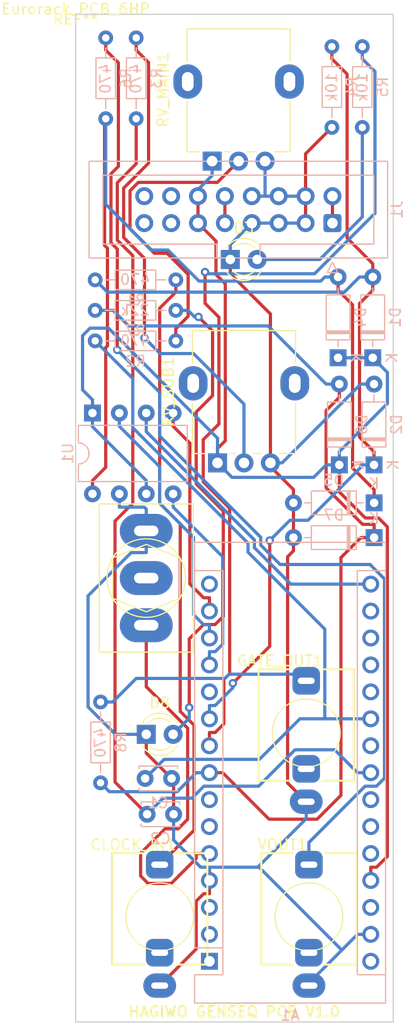
<source format=kicad_pcb>
(kicad_pcb (version 20171130) (host pcbnew "(5.1.10-1-10_14)")

  (general
    (thickness 1.6)
    (drawings 1)
    (tracks 328)
    (zones 0)
    (modules 28)
    (nets 45)
  )

  (page A4)
  (layers
    (0 F.Cu signal)
    (31 B.Cu signal)
    (32 B.Adhes user)
    (33 F.Adhes user)
    (34 B.Paste user)
    (35 F.Paste user)
    (36 B.SilkS user)
    (37 F.SilkS user)
    (38 B.Mask user)
    (39 F.Mask user)
    (40 Dwgs.User user)
    (41 Cmts.User user)
    (42 Eco1.User user)
    (43 Eco2.User user)
    (44 Edge.Cuts user)
    (45 Margin user)
    (46 B.CrtYd user)
    (47 F.CrtYd user)
    (48 B.Fab user)
    (49 F.Fab user)
  )

  (setup
    (last_trace_width 0.25)
    (trace_clearance 0.2)
    (zone_clearance 0.508)
    (zone_45_only no)
    (trace_min 0.2)
    (via_size 0.8)
    (via_drill 0.4)
    (via_min_size 0.4)
    (via_min_drill 0.3)
    (uvia_size 0.3)
    (uvia_drill 0.1)
    (uvias_allowed no)
    (uvia_min_size 0.2)
    (uvia_min_drill 0.1)
    (edge_width 0.05)
    (segment_width 0.2)
    (pcb_text_width 0.3)
    (pcb_text_size 1.5 1.5)
    (mod_edge_width 0.12)
    (mod_text_size 1 1)
    (mod_text_width 0.15)
    (pad_size 1.524 1.524)
    (pad_drill 0.762)
    (pad_to_mask_clearance 0)
    (aux_axis_origin 0 0)
    (visible_elements FFFFFF7F)
    (pcbplotparams
      (layerselection 0x010fc_ffffffff)
      (usegerberextensions false)
      (usegerberattributes true)
      (usegerberadvancedattributes true)
      (creategerberjobfile true)
      (excludeedgelayer true)
      (linewidth 0.100000)
      (plotframeref false)
      (viasonmask false)
      (mode 1)
      (useauxorigin false)
      (hpglpennumber 1)
      (hpglpenspeed 20)
      (hpglpendiameter 15.000000)
      (psnegative false)
      (psa4output false)
      (plotreference true)
      (plotvalue true)
      (plotinvisibletext false)
      (padsonsilk false)
      (subtractmaskfromsilk false)
      (outputformat 1)
      (mirror false)
      (drillshape 1)
      (scaleselection 1)
      (outputdirectory ""))
  )

  (net 0 "")
  (net 1 SCK)
  (net 2 "Net-(A1-Pad15)")
  (net 3 "Net-(A1-Pad30)")
  (net 4 SDI)
  (net 5 GND)
  (net 6 CS)
  (net 7 "Net-(A1-Pad28)")
  (net 8 LDAC)
  (net 9 +5V)
  (net 10 "Net-(A1-Pad11)")
  (net 11 "Net-(A1-Pad26)")
  (net 12 CLOCK_IN)
  (net 13 "Net-(A1-Pad25)")
  (net 14 LED)
  (net 15 "Net-(A1-Pad24)")
  (net 16 GATE_OUT)
  (net 17 SUB_KNOB)
  (net 18 SWITCH_2)
  (net 19 "Net-(A1-Pad22)")
  (net 20 "Net-(A1-Pad6)")
  (net 21 MAIN_KNOB)
  (net 22 SWITCH_1)
  (net 23 "Net-(A1-Pad20)")
  (net 24 "Net-(A1-Pad19)")
  (net 25 "Net-(A1-Pad3)")
  (net 26 "Net-(A1-Pad18)")
  (net 27 "Net-(A1-Pad2)")
  (net 28 "Net-(A1-Pad17)")
  (net 29 "Net-(A1-Pad1)")
  (net 30 "Net-(CLOCK_IN1-PadT)")
  (net 31 "Net-(D3-Pad2)")
  (net 32 "Net-(D4-Pad2)")
  (net 33 "Net-(D8-Pad2)")
  (net 34 "Net-(GATE_OUT1-PadT)")
  (net 35 "Net-(R2-Pad2)")
  (net 36 "Net-(R3-Pad2)")
  (net 37 "Net-(R6-Pad2)")
  (net 38 "Net-(SW1-Pad2)")
  (net 39 "Net-(J1-Pad16)")
  (net 40 "Net-(J1-Pad14)")
  (net 41 "Net-(J1-Pad10)")
  (net 42 "Net-(J1-Pad1)")
  (net 43 "Net-(J1-Pad15)")
  (net 44 "Net-(J1-Pad13)")

  (net_class Default "This is the default net class."
    (clearance 0.2)
    (trace_width 0.25)
    (via_dia 0.8)
    (via_drill 0.4)
    (uvia_dia 0.3)
    (uvia_drill 0.1)
    (add_net +5V)
    (add_net CLOCK_IN)
    (add_net CS)
    (add_net GATE_OUT)
    (add_net GND)
    (add_net LDAC)
    (add_net LED)
    (add_net MAIN_KNOB)
    (add_net "Net-(A1-Pad1)")
    (add_net "Net-(A1-Pad11)")
    (add_net "Net-(A1-Pad15)")
    (add_net "Net-(A1-Pad17)")
    (add_net "Net-(A1-Pad18)")
    (add_net "Net-(A1-Pad19)")
    (add_net "Net-(A1-Pad2)")
    (add_net "Net-(A1-Pad20)")
    (add_net "Net-(A1-Pad22)")
    (add_net "Net-(A1-Pad24)")
    (add_net "Net-(A1-Pad25)")
    (add_net "Net-(A1-Pad26)")
    (add_net "Net-(A1-Pad28)")
    (add_net "Net-(A1-Pad3)")
    (add_net "Net-(A1-Pad30)")
    (add_net "Net-(A1-Pad6)")
    (add_net "Net-(CLOCK_IN1-PadT)")
    (add_net "Net-(D3-Pad2)")
    (add_net "Net-(D4-Pad2)")
    (add_net "Net-(D8-Pad2)")
    (add_net "Net-(GATE_OUT1-PadT)")
    (add_net "Net-(J1-Pad1)")
    (add_net "Net-(J1-Pad10)")
    (add_net "Net-(J1-Pad13)")
    (add_net "Net-(J1-Pad14)")
    (add_net "Net-(J1-Pad15)")
    (add_net "Net-(J1-Pad16)")
    (add_net "Net-(R2-Pad2)")
    (add_net "Net-(R3-Pad2)")
    (add_net "Net-(R6-Pad2)")
    (add_net "Net-(SW1-Pad2)")
    (add_net SCK)
    (add_net SDI)
    (add_net SUB_KNOB)
    (add_net SWITCH_1)
    (add_net SWITCH_2)
  )

  (module Connector_IDC:IDC-Header_2x08_Eurorack (layer B.Cu) (tedit 5EAC9A07) (tstamp 616983BD)
    (at 108.077 71.0565 90)
    (descr "Through hole IDC box header, 2x08, 2.54mm pitch, DIN 41651 / IEC 60603-13, double rows, https://docs.google.com/spreadsheets/d/16SsEcesNF15N3Lb4niX7dcUr-NY5_MFPQhobNuNppn4/edit#gid=0")
    (tags "Through hole vertical IDC box header THT 2x08 2.54mm double row")
    (path /616C0DD9)
    (fp_text reference J1 (at 1.27 6.1 90) (layer B.SilkS)
      (effects (font (size 1 1) (thickness 0.15)) (justify mirror))
    )
    (fp_text value Conn_Eurorack_8 (at 1.27 -23.88 90) (layer B.Fab)
      (effects (font (size 1 1) (thickness 0.15)) (justify mirror))
    )
    (fp_text user %R (at 1.27 -8.89 180) (layer B.Fab)
      (effects (font (size 1 1) (thickness 0.15)) (justify mirror))
    )
    (fp_line (start 6.22 5.6) (end -3.68 5.6) (layer B.CrtYd) (width 0.05))
    (fp_line (start 6.22 -23.38) (end 6.22 5.6) (layer B.CrtYd) (width 0.05))
    (fp_line (start -3.68 -23.38) (end 6.22 -23.38) (layer B.CrtYd) (width 0.05))
    (fp_line (start -3.68 5.6) (end -3.68 -23.38) (layer B.CrtYd) (width 0.05))
    (fp_line (start -4.68 -0.5) (end -3.68 0) (layer B.SilkS) (width 0.12))
    (fp_line (start -4.68 0.5) (end -4.68 -0.5) (layer B.SilkS) (width 0.12))
    (fp_line (start -3.68 0) (end -4.68 0.5) (layer B.SilkS) (width 0.12))
    (fp_line (start -1.98 -10.94) (end -3.29 -10.94) (layer B.SilkS) (width 0.12))
    (fp_line (start -1.98 -10.94) (end -1.98 -10.94) (layer B.SilkS) (width 0.12))
    (fp_line (start -1.98 -21.69) (end -1.98 -10.94) (layer B.SilkS) (width 0.12))
    (fp_line (start 4.52 -21.69) (end -1.98 -21.69) (layer B.SilkS) (width 0.12))
    (fp_line (start 4.52 3.91) (end 4.52 -21.69) (layer B.SilkS) (width 0.12))
    (fp_line (start -1.98 3.91) (end 4.52 3.91) (layer B.SilkS) (width 0.12))
    (fp_line (start -1.98 -6.84) (end -1.98 3.91) (layer B.SilkS) (width 0.12))
    (fp_line (start -3.29 -6.84) (end -1.98 -6.84) (layer B.SilkS) (width 0.12))
    (fp_line (start -3.29 -22.99) (end -3.29 5.21) (layer B.SilkS) (width 0.12))
    (fp_line (start 5.83 -22.99) (end -3.29 -22.99) (layer B.SilkS) (width 0.12))
    (fp_line (start 5.83 5.21) (end 5.83 -22.99) (layer B.SilkS) (width 0.12))
    (fp_line (start -3.29 5.21) (end 5.83 5.21) (layer B.SilkS) (width 0.12))
    (fp_line (start -1.98 -10.94) (end -3.18 -10.94) (layer B.Fab) (width 0.1))
    (fp_line (start -1.98 -10.94) (end -1.98 -10.94) (layer B.Fab) (width 0.1))
    (fp_line (start -1.98 -21.69) (end -1.98 -10.94) (layer B.Fab) (width 0.1))
    (fp_line (start 4.52 -21.69) (end -1.98 -21.69) (layer B.Fab) (width 0.1))
    (fp_line (start 4.52 3.91) (end 4.52 -21.69) (layer B.Fab) (width 0.1))
    (fp_line (start -1.98 3.91) (end 4.52 3.91) (layer B.Fab) (width 0.1))
    (fp_line (start -1.98 -6.84) (end -1.98 3.91) (layer B.Fab) (width 0.1))
    (fp_line (start -3.18 -6.84) (end -1.98 -6.84) (layer B.Fab) (width 0.1))
    (fp_line (start -3.18 -22.88) (end -3.18 4.1) (layer B.Fab) (width 0.1))
    (fp_line (start 5.72 -22.88) (end -3.18 -22.88) (layer B.Fab) (width 0.1))
    (fp_line (start 5.72 5.1) (end 5.72 -22.88) (layer B.Fab) (width 0.1))
    (fp_line (start -2.18 5.1) (end 5.72 5.1) (layer B.Fab) (width 0.1))
    (fp_line (start -3.18 4.1) (end -2.18 5.1) (layer B.Fab) (width 0.1))
    (pad 16 thru_hole circle (at 2.54 -17.78 90) (size 1.7 1.7) (drill 1) (layers *.Cu *.Mask)
      (net 39 "Net-(J1-Pad16)"))
    (pad 14 thru_hole circle (at 2.54 -15.24 90) (size 1.7 1.7) (drill 1) (layers *.Cu *.Mask)
      (net 40 "Net-(J1-Pad14)"))
    (pad 12 thru_hole circle (at 2.54 -12.7 90) (size 1.7 1.7) (drill 1) (layers *.Cu *.Mask)
      (net 9 +5V))
    (pad 10 thru_hole circle (at 2.54 -10.16 90) (size 1.7 1.7) (drill 1) (layers *.Cu *.Mask)
      (net 41 "Net-(J1-Pad10)"))
    (pad 8 thru_hole circle (at 2.54 -7.62 90) (size 1.7 1.7) (drill 1) (layers *.Cu *.Mask)
      (net 5 GND))
    (pad 6 thru_hole circle (at 2.54 -5.08 90) (size 1.7 1.7) (drill 1) (layers *.Cu *.Mask)
      (net 5 GND))
    (pad 4 thru_hole circle (at 2.54 -2.54 90) (size 1.7 1.7) (drill 1) (layers *.Cu *.Mask)
      (net 5 GND))
    (pad 2 thru_hole circle (at 2.54 0 90) (size 1.7 1.7) (drill 1) (layers *.Cu *.Mask)
      (net 42 "Net-(J1-Pad1)"))
    (pad 15 thru_hole circle (at 0 -17.78 90) (size 1.7 1.7) (drill 1) (layers *.Cu *.Mask)
      (net 43 "Net-(J1-Pad15)"))
    (pad 13 thru_hole circle (at 0 -15.24 90) (size 1.7 1.7) (drill 1) (layers *.Cu *.Mask)
      (net 44 "Net-(J1-Pad13)"))
    (pad 11 thru_hole circle (at 0 -12.7 90) (size 1.7 1.7) (drill 1) (layers *.Cu *.Mask)
      (net 9 +5V))
    (pad 9 thru_hole circle (at 0 -10.16 90) (size 1.7 1.7) (drill 1) (layers *.Cu *.Mask)
      (net 41 "Net-(J1-Pad10)"))
    (pad 7 thru_hole circle (at 0 -7.62 90) (size 1.7 1.7) (drill 1) (layers *.Cu *.Mask)
      (net 5 GND))
    (pad 5 thru_hole circle (at 0 -5.08 90) (size 1.7 1.7) (drill 1) (layers *.Cu *.Mask)
      (net 5 GND))
    (pad 3 thru_hole circle (at 0 -2.54 90) (size 1.7 1.7) (drill 1) (layers *.Cu *.Mask)
      (net 5 GND))
    (pad 1 thru_hole roundrect (at 0 0 90) (size 1.7 1.7) (drill 1) (layers *.Cu *.Mask) (roundrect_rratio 0.147059)
      (net 42 "Net-(J1-Pad1)"))
    (model ${KISYS3DMOD}/Connector_IDC.3dshapes/IDC-Header_2x08_P2.54mm_Vertical.wrl
      (at (xyz 0 0 0))
      (scale (xyz 1 1 1))
      (rotate (xyz 0 0 0))
    )
  )

  (module Diode_THT:D_DO-35_SOD27_P7.62mm_Horizontal (layer B.Cu) (tedit 5AE50CD5) (tstamp 616967A1)
    (at 112.014 100.707 180)
    (descr "Diode, DO-35_SOD27 series, Axial, Horizontal, pin pitch=7.62mm, , length*diameter=4*2mm^2, , http://www.diodes.com/_files/packages/DO-35.pdf")
    (tags "Diode DO-35_SOD27 series Axial Horizontal pin pitch 7.62mm  length 4mm diameter 2mm")
    (path /617F1175)
    (fp_text reference D7 (at 3.81 2.12) (layer B.SilkS)
      (effects (font (size 1 1) (thickness 0.15)) (justify mirror))
    )
    (fp_text value D_Schottky (at 3.81 -2.12) (layer B.Fab)
      (effects (font (size 1 1) (thickness 0.15)) (justify mirror))
    )
    (fp_text user K (at 0 1.8) (layer B.SilkS)
      (effects (font (size 1 1) (thickness 0.15)) (justify mirror))
    )
    (fp_text user K (at 0 1.8) (layer B.Fab)
      (effects (font (size 1 1) (thickness 0.15)) (justify mirror))
    )
    (fp_text user %R (at 4.11 0) (layer B.Fab)
      (effects (font (size 0.8 0.8) (thickness 0.12)) (justify mirror))
    )
    (fp_line (start 1.81 1) (end 1.81 -1) (layer B.Fab) (width 0.1))
    (fp_line (start 1.81 -1) (end 5.81 -1) (layer B.Fab) (width 0.1))
    (fp_line (start 5.81 -1) (end 5.81 1) (layer B.Fab) (width 0.1))
    (fp_line (start 5.81 1) (end 1.81 1) (layer B.Fab) (width 0.1))
    (fp_line (start 0 0) (end 1.81 0) (layer B.Fab) (width 0.1))
    (fp_line (start 7.62 0) (end 5.81 0) (layer B.Fab) (width 0.1))
    (fp_line (start 2.41 1) (end 2.41 -1) (layer B.Fab) (width 0.1))
    (fp_line (start 2.51 1) (end 2.51 -1) (layer B.Fab) (width 0.1))
    (fp_line (start 2.31 1) (end 2.31 -1) (layer B.Fab) (width 0.1))
    (fp_line (start 1.69 1.12) (end 1.69 -1.12) (layer B.SilkS) (width 0.12))
    (fp_line (start 1.69 -1.12) (end 5.93 -1.12) (layer B.SilkS) (width 0.12))
    (fp_line (start 5.93 -1.12) (end 5.93 1.12) (layer B.SilkS) (width 0.12))
    (fp_line (start 5.93 1.12) (end 1.69 1.12) (layer B.SilkS) (width 0.12))
    (fp_line (start 1.04 0) (end 1.69 0) (layer B.SilkS) (width 0.12))
    (fp_line (start 6.58 0) (end 5.93 0) (layer B.SilkS) (width 0.12))
    (fp_line (start 2.41 1.12) (end 2.41 -1.12) (layer B.SilkS) (width 0.12))
    (fp_line (start 2.53 1.12) (end 2.53 -1.12) (layer B.SilkS) (width 0.12))
    (fp_line (start 2.29 1.12) (end 2.29 -1.12) (layer B.SilkS) (width 0.12))
    (fp_line (start -1.05 1.25) (end -1.05 -1.25) (layer B.CrtYd) (width 0.05))
    (fp_line (start -1.05 -1.25) (end 8.67 -1.25) (layer B.CrtYd) (width 0.05))
    (fp_line (start 8.67 -1.25) (end 8.67 1.25) (layer B.CrtYd) (width 0.05))
    (fp_line (start 8.67 1.25) (end -1.05 1.25) (layer B.CrtYd) (width 0.05))
    (pad 2 thru_hole oval (at 7.62 0 180) (size 1.6 1.6) (drill 0.8) (layers *.Cu *.Mask)
      (net 5 GND))
    (pad 1 thru_hole rect (at 0 0 180) (size 1.6 1.6) (drill 0.8) (layers *.Cu *.Mask)
      (net 16 GATE_OUT))
    (model ${KISYS3DMOD}/Diode_THT.3dshapes/D_DO-35_SOD27_P7.62mm_Horizontal.wrl
      (at (xyz 0 0 0))
      (scale (xyz 1 1 1))
      (rotate (xyz 0 0 0))
    )
  )

  (module Diode_THT:D_DO-35_SOD27_P7.62mm_Horizontal (layer B.Cu) (tedit 5AE50CD5) (tstamp 61696782)
    (at 108.727 93.853 90)
    (descr "Diode, DO-35_SOD27 series, Axial, Horizontal, pin pitch=7.62mm, , length*diameter=4*2mm^2, , http://www.diodes.com/_files/packages/DO-35.pdf")
    (tags "Diode DO-35_SOD27 series Axial Horizontal pin pitch 7.62mm  length 4mm diameter 2mm")
    (path /617F116F)
    (fp_text reference D6 (at 3.81 2.12 90) (layer B.SilkS)
      (effects (font (size 1 1) (thickness 0.15)) (justify mirror))
    )
    (fp_text value D_Schottky (at 3.81 -2.12 90) (layer B.Fab)
      (effects (font (size 1 1) (thickness 0.15)) (justify mirror))
    )
    (fp_text user K (at 0 1.8 90) (layer B.SilkS)
      (effects (font (size 1 1) (thickness 0.15)) (justify mirror))
    )
    (fp_text user K (at 0 1.8 90) (layer B.Fab)
      (effects (font (size 1 1) (thickness 0.15)) (justify mirror))
    )
    (fp_text user %R (at 4.11 0 90) (layer B.Fab)
      (effects (font (size 0.8 0.8) (thickness 0.12)) (justify mirror))
    )
    (fp_line (start 1.81 1) (end 1.81 -1) (layer B.Fab) (width 0.1))
    (fp_line (start 1.81 -1) (end 5.81 -1) (layer B.Fab) (width 0.1))
    (fp_line (start 5.81 -1) (end 5.81 1) (layer B.Fab) (width 0.1))
    (fp_line (start 5.81 1) (end 1.81 1) (layer B.Fab) (width 0.1))
    (fp_line (start 0 0) (end 1.81 0) (layer B.Fab) (width 0.1))
    (fp_line (start 7.62 0) (end 5.81 0) (layer B.Fab) (width 0.1))
    (fp_line (start 2.41 1) (end 2.41 -1) (layer B.Fab) (width 0.1))
    (fp_line (start 2.51 1) (end 2.51 -1) (layer B.Fab) (width 0.1))
    (fp_line (start 2.31 1) (end 2.31 -1) (layer B.Fab) (width 0.1))
    (fp_line (start 1.69 1.12) (end 1.69 -1.12) (layer B.SilkS) (width 0.12))
    (fp_line (start 1.69 -1.12) (end 5.93 -1.12) (layer B.SilkS) (width 0.12))
    (fp_line (start 5.93 -1.12) (end 5.93 1.12) (layer B.SilkS) (width 0.12))
    (fp_line (start 5.93 1.12) (end 1.69 1.12) (layer B.SilkS) (width 0.12))
    (fp_line (start 1.04 0) (end 1.69 0) (layer B.SilkS) (width 0.12))
    (fp_line (start 6.58 0) (end 5.93 0) (layer B.SilkS) (width 0.12))
    (fp_line (start 2.41 1.12) (end 2.41 -1.12) (layer B.SilkS) (width 0.12))
    (fp_line (start 2.53 1.12) (end 2.53 -1.12) (layer B.SilkS) (width 0.12))
    (fp_line (start 2.29 1.12) (end 2.29 -1.12) (layer B.SilkS) (width 0.12))
    (fp_line (start -1.05 1.25) (end -1.05 -1.25) (layer B.CrtYd) (width 0.05))
    (fp_line (start -1.05 -1.25) (end 8.67 -1.25) (layer B.CrtYd) (width 0.05))
    (fp_line (start 8.67 -1.25) (end 8.67 1.25) (layer B.CrtYd) (width 0.05))
    (fp_line (start 8.67 1.25) (end -1.05 1.25) (layer B.CrtYd) (width 0.05))
    (pad 2 thru_hole oval (at 7.62 0 90) (size 1.6 1.6) (drill 0.8) (layers *.Cu *.Mask)
      (net 16 GATE_OUT))
    (pad 1 thru_hole rect (at 0 0 90) (size 1.6 1.6) (drill 0.8) (layers *.Cu *.Mask)
      (net 9 +5V))
    (model ${KISYS3DMOD}/Diode_THT.3dshapes/D_DO-35_SOD27_P7.62mm_Horizontal.wrl
      (at (xyz 0 0 0))
      (scale (xyz 1 1 1))
      (rotate (xyz 0 0 0))
    )
  )

  (module Diode_THT:D_DO-35_SOD27_P7.62mm_Horizontal (layer B.Cu) (tedit 5AE50CD5) (tstamp 61696763)
    (at 112.014 97.4315 180)
    (descr "Diode, DO-35_SOD27 series, Axial, Horizontal, pin pitch=7.62mm, , length*diameter=4*2mm^2, , http://www.diodes.com/_files/packages/DO-35.pdf")
    (tags "Diode DO-35_SOD27 series Axial Horizontal pin pitch 7.62mm  length 4mm diameter 2mm")
    (path /617D4F74)
    (fp_text reference D5 (at 3.81 2.12) (layer B.SilkS)
      (effects (font (size 1 1) (thickness 0.15)) (justify mirror))
    )
    (fp_text value D_Schottky (at 3.81 -2.12) (layer B.Fab)
      (effects (font (size 1 1) (thickness 0.15)) (justify mirror))
    )
    (fp_text user K (at 0 1.8) (layer B.SilkS)
      (effects (font (size 1 1) (thickness 0.15)) (justify mirror))
    )
    (fp_text user K (at 0 1.8) (layer B.Fab)
      (effects (font (size 1 1) (thickness 0.15)) (justify mirror))
    )
    (fp_text user %R (at 4.11 0) (layer B.Fab)
      (effects (font (size 0.8 0.8) (thickness 0.12)) (justify mirror))
    )
    (fp_line (start 1.81 1) (end 1.81 -1) (layer B.Fab) (width 0.1))
    (fp_line (start 1.81 -1) (end 5.81 -1) (layer B.Fab) (width 0.1))
    (fp_line (start 5.81 -1) (end 5.81 1) (layer B.Fab) (width 0.1))
    (fp_line (start 5.81 1) (end 1.81 1) (layer B.Fab) (width 0.1))
    (fp_line (start 0 0) (end 1.81 0) (layer B.Fab) (width 0.1))
    (fp_line (start 7.62 0) (end 5.81 0) (layer B.Fab) (width 0.1))
    (fp_line (start 2.41 1) (end 2.41 -1) (layer B.Fab) (width 0.1))
    (fp_line (start 2.51 1) (end 2.51 -1) (layer B.Fab) (width 0.1))
    (fp_line (start 2.31 1) (end 2.31 -1) (layer B.Fab) (width 0.1))
    (fp_line (start 1.69 1.12) (end 1.69 -1.12) (layer B.SilkS) (width 0.12))
    (fp_line (start 1.69 -1.12) (end 5.93 -1.12) (layer B.SilkS) (width 0.12))
    (fp_line (start 5.93 -1.12) (end 5.93 1.12) (layer B.SilkS) (width 0.12))
    (fp_line (start 5.93 1.12) (end 1.69 1.12) (layer B.SilkS) (width 0.12))
    (fp_line (start 1.04 0) (end 1.69 0) (layer B.SilkS) (width 0.12))
    (fp_line (start 6.58 0) (end 5.93 0) (layer B.SilkS) (width 0.12))
    (fp_line (start 2.41 1.12) (end 2.41 -1.12) (layer B.SilkS) (width 0.12))
    (fp_line (start 2.53 1.12) (end 2.53 -1.12) (layer B.SilkS) (width 0.12))
    (fp_line (start 2.29 1.12) (end 2.29 -1.12) (layer B.SilkS) (width 0.12))
    (fp_line (start -1.05 1.25) (end -1.05 -1.25) (layer B.CrtYd) (width 0.05))
    (fp_line (start -1.05 -1.25) (end 8.67 -1.25) (layer B.CrtYd) (width 0.05))
    (fp_line (start 8.67 -1.25) (end 8.67 1.25) (layer B.CrtYd) (width 0.05))
    (fp_line (start 8.67 1.25) (end -1.05 1.25) (layer B.CrtYd) (width 0.05))
    (pad 2 thru_hole oval (at 7.62 0 180) (size 1.6 1.6) (drill 0.8) (layers *.Cu *.Mask)
      (net 5 GND))
    (pad 1 thru_hole rect (at 0 0 180) (size 1.6 1.6) (drill 0.8) (layers *.Cu *.Mask)
      (net 32 "Net-(D4-Pad2)"))
    (model ${KISYS3DMOD}/Diode_THT.3dshapes/D_DO-35_SOD27_P7.62mm_Horizontal.wrl
      (at (xyz 0 0 0))
      (scale (xyz 1 1 1))
      (rotate (xyz 0 0 0))
    )
  )

  (module Diode_THT:D_DO-35_SOD27_P7.62mm_Horizontal (layer B.Cu) (tedit 5AE50CD5) (tstamp 61696744)
    (at 108.611 83.7565 90)
    (descr "Diode, DO-35_SOD27 series, Axial, Horizontal, pin pitch=7.62mm, , length*diameter=4*2mm^2, , http://www.diodes.com/_files/packages/DO-35.pdf")
    (tags "Diode DO-35_SOD27 series Axial Horizontal pin pitch 7.62mm  length 4mm diameter 2mm")
    (path /617D4F6E)
    (fp_text reference D4 (at 3.81 2.12 90) (layer B.SilkS)
      (effects (font (size 1 1) (thickness 0.15)) (justify mirror))
    )
    (fp_text value D_Schottky (at 3.81 -2.12 90) (layer B.Fab)
      (effects (font (size 1 1) (thickness 0.15)) (justify mirror))
    )
    (fp_text user K (at 0 1.8 90) (layer B.SilkS)
      (effects (font (size 1 1) (thickness 0.15)) (justify mirror))
    )
    (fp_text user K (at 0 1.8 90) (layer B.Fab)
      (effects (font (size 1 1) (thickness 0.15)) (justify mirror))
    )
    (fp_text user %R (at 4.11 0 90) (layer B.Fab)
      (effects (font (size 0.8 0.8) (thickness 0.12)) (justify mirror))
    )
    (fp_line (start 1.81 1) (end 1.81 -1) (layer B.Fab) (width 0.1))
    (fp_line (start 1.81 -1) (end 5.81 -1) (layer B.Fab) (width 0.1))
    (fp_line (start 5.81 -1) (end 5.81 1) (layer B.Fab) (width 0.1))
    (fp_line (start 5.81 1) (end 1.81 1) (layer B.Fab) (width 0.1))
    (fp_line (start 0 0) (end 1.81 0) (layer B.Fab) (width 0.1))
    (fp_line (start 7.62 0) (end 5.81 0) (layer B.Fab) (width 0.1))
    (fp_line (start 2.41 1) (end 2.41 -1) (layer B.Fab) (width 0.1))
    (fp_line (start 2.51 1) (end 2.51 -1) (layer B.Fab) (width 0.1))
    (fp_line (start 2.31 1) (end 2.31 -1) (layer B.Fab) (width 0.1))
    (fp_line (start 1.69 1.12) (end 1.69 -1.12) (layer B.SilkS) (width 0.12))
    (fp_line (start 1.69 -1.12) (end 5.93 -1.12) (layer B.SilkS) (width 0.12))
    (fp_line (start 5.93 -1.12) (end 5.93 1.12) (layer B.SilkS) (width 0.12))
    (fp_line (start 5.93 1.12) (end 1.69 1.12) (layer B.SilkS) (width 0.12))
    (fp_line (start 1.04 0) (end 1.69 0) (layer B.SilkS) (width 0.12))
    (fp_line (start 6.58 0) (end 5.93 0) (layer B.SilkS) (width 0.12))
    (fp_line (start 2.41 1.12) (end 2.41 -1.12) (layer B.SilkS) (width 0.12))
    (fp_line (start 2.53 1.12) (end 2.53 -1.12) (layer B.SilkS) (width 0.12))
    (fp_line (start 2.29 1.12) (end 2.29 -1.12) (layer B.SilkS) (width 0.12))
    (fp_line (start -1.05 1.25) (end -1.05 -1.25) (layer B.CrtYd) (width 0.05))
    (fp_line (start -1.05 -1.25) (end 8.67 -1.25) (layer B.CrtYd) (width 0.05))
    (fp_line (start 8.67 -1.25) (end 8.67 1.25) (layer B.CrtYd) (width 0.05))
    (fp_line (start 8.67 1.25) (end -1.05 1.25) (layer B.CrtYd) (width 0.05))
    (pad 2 thru_hole oval (at 7.62 0 90) (size 1.6 1.6) (drill 0.8) (layers *.Cu *.Mask)
      (net 32 "Net-(D4-Pad2)"))
    (pad 1 thru_hole rect (at 0 0 90) (size 1.6 1.6) (drill 0.8) (layers *.Cu *.Mask)
      (net 9 +5V))
    (model ${KISYS3DMOD}/Diode_THT.3dshapes/D_DO-35_SOD27_P7.62mm_Horizontal.wrl
      (at (xyz 0 0 0))
      (scale (xyz 1 1 1))
      (rotate (xyz 0 0 0))
    )
  )

  (module Diode_THT:D_DO-35_SOD27_P7.62mm_Horizontal (layer B.Cu) (tedit 5AE50CD5) (tstamp 616966FF)
    (at 112.003 93.853 90)
    (descr "Diode, DO-35_SOD27 series, Axial, Horizontal, pin pitch=7.62mm, , length*diameter=4*2mm^2, , http://www.diodes.com/_files/packages/DO-35.pdf")
    (tags "Diode DO-35_SOD27 series Axial Horizontal pin pitch 7.62mm  length 4mm diameter 2mm")
    (path /617C889F)
    (fp_text reference D2 (at 3.81 2.12 90) (layer B.SilkS)
      (effects (font (size 1 1) (thickness 0.15)) (justify mirror))
    )
    (fp_text value D_Schottky (at 3.81 -2.12 90) (layer B.Fab)
      (effects (font (size 1 1) (thickness 0.15)) (justify mirror))
    )
    (fp_text user K (at 0 1.8 90) (layer B.SilkS)
      (effects (font (size 1 1) (thickness 0.15)) (justify mirror))
    )
    (fp_text user K (at 0 1.8 90) (layer B.Fab)
      (effects (font (size 1 1) (thickness 0.15)) (justify mirror))
    )
    (fp_text user %R (at 4.11 0 90) (layer B.Fab)
      (effects (font (size 0.8 0.8) (thickness 0.12)) (justify mirror))
    )
    (fp_line (start 1.81 1) (end 1.81 -1) (layer B.Fab) (width 0.1))
    (fp_line (start 1.81 -1) (end 5.81 -1) (layer B.Fab) (width 0.1))
    (fp_line (start 5.81 -1) (end 5.81 1) (layer B.Fab) (width 0.1))
    (fp_line (start 5.81 1) (end 1.81 1) (layer B.Fab) (width 0.1))
    (fp_line (start 0 0) (end 1.81 0) (layer B.Fab) (width 0.1))
    (fp_line (start 7.62 0) (end 5.81 0) (layer B.Fab) (width 0.1))
    (fp_line (start 2.41 1) (end 2.41 -1) (layer B.Fab) (width 0.1))
    (fp_line (start 2.51 1) (end 2.51 -1) (layer B.Fab) (width 0.1))
    (fp_line (start 2.31 1) (end 2.31 -1) (layer B.Fab) (width 0.1))
    (fp_line (start 1.69 1.12) (end 1.69 -1.12) (layer B.SilkS) (width 0.12))
    (fp_line (start 1.69 -1.12) (end 5.93 -1.12) (layer B.SilkS) (width 0.12))
    (fp_line (start 5.93 -1.12) (end 5.93 1.12) (layer B.SilkS) (width 0.12))
    (fp_line (start 5.93 1.12) (end 1.69 1.12) (layer B.SilkS) (width 0.12))
    (fp_line (start 1.04 0) (end 1.69 0) (layer B.SilkS) (width 0.12))
    (fp_line (start 6.58 0) (end 5.93 0) (layer B.SilkS) (width 0.12))
    (fp_line (start 2.41 1.12) (end 2.41 -1.12) (layer B.SilkS) (width 0.12))
    (fp_line (start 2.53 1.12) (end 2.53 -1.12) (layer B.SilkS) (width 0.12))
    (fp_line (start 2.29 1.12) (end 2.29 -1.12) (layer B.SilkS) (width 0.12))
    (fp_line (start -1.05 1.25) (end -1.05 -1.25) (layer B.CrtYd) (width 0.05))
    (fp_line (start -1.05 -1.25) (end 8.67 -1.25) (layer B.CrtYd) (width 0.05))
    (fp_line (start 8.67 -1.25) (end 8.67 1.25) (layer B.CrtYd) (width 0.05))
    (fp_line (start 8.67 1.25) (end -1.05 1.25) (layer B.CrtYd) (width 0.05))
    (pad 2 thru_hole oval (at 7.62 0 90) (size 1.6 1.6) (drill 0.8) (layers *.Cu *.Mask)
      (net 5 GND))
    (pad 1 thru_hole rect (at 0 0 90) (size 1.6 1.6) (drill 0.8) (layers *.Cu *.Mask)
      (net 12 CLOCK_IN))
    (model ${KISYS3DMOD}/Diode_THT.3dshapes/D_DO-35_SOD27_P7.62mm_Horizontal.wrl
      (at (xyz 0 0 0))
      (scale (xyz 1 1 1))
      (rotate (xyz 0 0 0))
    )
  )

  (module Diode_THT:D_DO-35_SOD27_P7.62mm_Horizontal (layer B.Cu) (tedit 5AE50CD5) (tstamp 616966E0)
    (at 111.887 83.7565 90)
    (descr "Diode, DO-35_SOD27 series, Axial, Horizontal, pin pitch=7.62mm, , length*diameter=4*2mm^2, , http://www.diodes.com/_files/packages/DO-35.pdf")
    (tags "Diode DO-35_SOD27 series Axial Horizontal pin pitch 7.62mm  length 4mm diameter 2mm")
    (path /617C7BF2)
    (fp_text reference D1 (at 3.81 2.12 90) (layer B.SilkS)
      (effects (font (size 1 1) (thickness 0.15)) (justify mirror))
    )
    (fp_text value D_Schottky (at 3.81 -2.12 90) (layer B.Fab)
      (effects (font (size 1 1) (thickness 0.15)) (justify mirror))
    )
    (fp_text user K (at 0 1.8 90) (layer B.SilkS)
      (effects (font (size 1 1) (thickness 0.15)) (justify mirror))
    )
    (fp_text user K (at 0 1.8 90) (layer B.Fab)
      (effects (font (size 1 1) (thickness 0.15)) (justify mirror))
    )
    (fp_text user %R (at 4.11 0 90) (layer B.Fab)
      (effects (font (size 0.8 0.8) (thickness 0.12)) (justify mirror))
    )
    (fp_line (start 1.81 1) (end 1.81 -1) (layer B.Fab) (width 0.1))
    (fp_line (start 1.81 -1) (end 5.81 -1) (layer B.Fab) (width 0.1))
    (fp_line (start 5.81 -1) (end 5.81 1) (layer B.Fab) (width 0.1))
    (fp_line (start 5.81 1) (end 1.81 1) (layer B.Fab) (width 0.1))
    (fp_line (start 0 0) (end 1.81 0) (layer B.Fab) (width 0.1))
    (fp_line (start 7.62 0) (end 5.81 0) (layer B.Fab) (width 0.1))
    (fp_line (start 2.41 1) (end 2.41 -1) (layer B.Fab) (width 0.1))
    (fp_line (start 2.51 1) (end 2.51 -1) (layer B.Fab) (width 0.1))
    (fp_line (start 2.31 1) (end 2.31 -1) (layer B.Fab) (width 0.1))
    (fp_line (start 1.69 1.12) (end 1.69 -1.12) (layer B.SilkS) (width 0.12))
    (fp_line (start 1.69 -1.12) (end 5.93 -1.12) (layer B.SilkS) (width 0.12))
    (fp_line (start 5.93 -1.12) (end 5.93 1.12) (layer B.SilkS) (width 0.12))
    (fp_line (start 5.93 1.12) (end 1.69 1.12) (layer B.SilkS) (width 0.12))
    (fp_line (start 1.04 0) (end 1.69 0) (layer B.SilkS) (width 0.12))
    (fp_line (start 6.58 0) (end 5.93 0) (layer B.SilkS) (width 0.12))
    (fp_line (start 2.41 1.12) (end 2.41 -1.12) (layer B.SilkS) (width 0.12))
    (fp_line (start 2.53 1.12) (end 2.53 -1.12) (layer B.SilkS) (width 0.12))
    (fp_line (start 2.29 1.12) (end 2.29 -1.12) (layer B.SilkS) (width 0.12))
    (fp_line (start -1.05 1.25) (end -1.05 -1.25) (layer B.CrtYd) (width 0.05))
    (fp_line (start -1.05 -1.25) (end 8.67 -1.25) (layer B.CrtYd) (width 0.05))
    (fp_line (start 8.67 -1.25) (end 8.67 1.25) (layer B.CrtYd) (width 0.05))
    (fp_line (start 8.67 1.25) (end -1.05 1.25) (layer B.CrtYd) (width 0.05))
    (pad 2 thru_hole oval (at 7.62 0 90) (size 1.6 1.6) (drill 0.8) (layers *.Cu *.Mask)
      (net 12 CLOCK_IN))
    (pad 1 thru_hole rect (at 0 0 90) (size 1.6 1.6) (drill 0.8) (layers *.Cu *.Mask)
      (net 9 +5V))
    (model ${KISYS3DMOD}/Diode_THT.3dshapes/D_DO-35_SOD27_P7.62mm_Horizontal.wrl
      (at (xyz 0 0 0))
      (scale (xyz 1 1 1))
      (rotate (xyz 0 0 0))
    )
  )

  (module GenerativeSequencer:SW_Toggle_Blue_wSlots (layer F.Cu) (tedit 5E4585DE) (tstamp 61695FA5)
    (at 90.4875 104.521 90)
    (descr "SW Toggle")
    (tags "SW Toggle")
    (path /617E8333)
    (fp_text reference SW1 (at 0.124031 -8.249895 90) (layer F.SilkS) hide
      (effects (font (size 1 1) (thickness 0.15)))
    )
    (fp_text value SW_DP3T (at 0 -6.35 90) (layer F.Fab)
      (effects (font (size 1 1) (thickness 0.15)))
    )
    (fp_circle (center 0 0) (end 1.905 3.175) (layer F.SilkS) (width 0.12))
    (fp_line (start -3.175 0) (end -1.905 -3.175) (layer F.SilkS) (width 0.12))
    (fp_line (start -1.905 3.175) (end -3.175 0) (layer F.SilkS) (width 0.12))
    (fp_line (start 1.905 3.175) (end -1.905 3.175) (layer F.SilkS) (width 0.12))
    (fp_line (start 3.175 0) (end 1.905 3.175) (layer F.SilkS) (width 0.12))
    (fp_line (start 1.905 -3.175) (end 3.175 0) (layer F.SilkS) (width 0.12))
    (fp_line (start -1.905 -3.175) (end 1.905 -3.175) (layer F.SilkS) (width 0.12))
    (fp_line (start -6.985 4.445) (end -6.985 -4.445) (layer F.SilkS) (width 0.12))
    (fp_line (start 6.985 4.445) (end -6.985 4.445) (layer F.SilkS) (width 0.12))
    (fp_line (start 6.985 -4.445) (end 6.985 4.445) (layer F.SilkS) (width 0.12))
    (fp_line (start -6.985 -4.445) (end 6.985 -4.445) (layer F.SilkS) (width 0.12))
    (fp_line (start -6.25 2.75) (end -6.25 -2.75) (layer F.CrtYd) (width 0.05))
    (fp_line (start 6.25 2.75) (end -6.25 2.75) (layer F.CrtYd) (width 0.05))
    (fp_line (start 6.25 -2.75) (end 6.25 2.75) (layer F.CrtYd) (width 0.05))
    (fp_line (start -6.25 -2.75) (end 6.25 -2.75) (layer F.CrtYd) (width 0.05))
    (fp_line (start -4.9022 -1.4224) (end -4.0132 -1.4224) (layer Eco2.User) (width 0.12))
    (fp_line (start -4.0132 -1.4224) (end -4.0132 1.3716) (layer Eco2.User) (width 0.12))
    (fp_line (start -4.0132 1.3716) (end -4.9022 1.3716) (layer Eco2.User) (width 0.12))
    (fp_line (start -4.9022 1.3716) (end -4.9022 -1.4224) (layer Eco2.User) (width 0.12))
    (fp_line (start -0.4572 -1.4224) (end 0.4318 -1.4224) (layer Eco2.User) (width 0.12))
    (fp_line (start 0.4318 -1.4224) (end 0.4318 1.3716) (layer Eco2.User) (width 0.12))
    (fp_line (start 0.4318 1.3716) (end -0.4572 1.3716) (layer Eco2.User) (width 0.12))
    (fp_line (start -0.4572 1.3716) (end -0.4572 -1.4224) (layer Eco2.User) (width 0.12))
    (fp_line (start 4.0132 -1.4224) (end 4.8768 -1.4224) (layer Eco2.User) (width 0.12))
    (fp_line (start 4.8768 -1.4224) (end 4.9022 1.3716) (layer Eco2.User) (width 0.12))
    (fp_line (start 4.9022 1.3716) (end 4.0132 1.3716) (layer Eco2.User) (width 0.12))
    (fp_line (start 4.0132 1.3716) (end 4.0132 -1.4224) (layer Eco2.User) (width 0.12))
    (pad 1 thru_hole oval (at -4.45 0 90) (size 3.2 5) (drill oval 1 2.3) (layers *.Cu)
      (net 22 SWITCH_1))
    (pad 2 thru_hole oval (at 0 0 90) (size 3.2 5) (drill oval 1 2.3) (layers *.Cu)
      (net 38 "Net-(SW1-Pad2)"))
    (pad 3 thru_hole oval (at 4.45 0 90) (size 3.2 5) (drill oval 1 2.3) (layers *.Cu)
      (net 5 GND))
    (model ${KICAD_USER_3DMOD}/Toggle_SW_Blue_R0.step
      (offset (xyz -6.5 4 0))
      (scale (xyz 1 1 1))
      (rotate (xyz 0 0 90))
    )
  )

  (module Module:Eurorack_PCB_6HP_small (layer F.Cu) (tedit 6117BFB2) (tstamp 61690AE4)
    (at 83.82 51.3715)
    (fp_text reference REF** (at 0 0.5) (layer F.SilkS)
      (effects (font (size 1 1) (thickness 0.15)))
    )
    (fp_text value Eurorack_PCB_6HP (at 0 -0.5) (layer F.SilkS)
      (effects (font (size 1 1) (thickness 0.15)))
    )
    (fp_line (start 0 0) (end 30 0) (layer Edge.Cuts) (width 0.12))
    (fp_line (start 0 0) (end 0 95) (layer Edge.Cuts) (width 0.12))
    (fp_line (start 0 95) (end 30 95) (layer Edge.Cuts) (width 0.12))
    (fp_line (start 30 0) (end 30 95) (layer Edge.Cuts) (width 0.12))
  )

  (module Connector_Audio:Jack_3.5mm_Thonkiconn_Vertical (layer F.Cu) (tedit 6115281D) (tstamp 616906C0)
    (at 105.854 136.462)
    (descr "T-S-SN Vertical mount jack AKA WQP-WQP518MA or Thonkiconn")
    (tags "WQP-WQP518MA, Thonkiconn")
    (path /617C62C4)
    (fp_text reference VOUT1 (at -2.5 -6.8) (layer F.SilkS)
      (effects (font (size 1 1) (thickness 0.15)))
    )
    (fp_text value AudioJack2 (at 0 -5) (layer F.Fab)
      (effects (font (size 1 1) (thickness 0.15)))
    )
    (fp_text user %R (at 4.5 -9.5) (layer F.Fab)
      (effects (font (size 1 1) (thickness 0.15)))
    )
    (fp_text user KEEPOUT (at 0 0 180) (layer Cmts.User)
      (effects (font (size 0.4 0.4) (thickness 0.051)))
    )
    (fp_line (start 5 -7.25) (end 5 7.58) (layer F.CrtYd) (width 0.05))
    (fp_line (start 4.5 -5.98) (end 4.5 4.42) (layer F.Fab) (width 0.1))
    (fp_line (start 4.5 4.5) (end 4.5 -6) (layer F.SilkS) (width 0.2))
    (fp_line (start -4.5 4.5) (end -4.5 -6) (layer F.SilkS) (width 0.2))
    (fp_circle (center 0 0) (end -1.5 0) (layer Dwgs.User) (width 0.12))
    (fp_line (start -0.09 -1.48) (end -1.48 -0.09) (layer Dwgs.User) (width 0.12))
    (fp_line (start 0.58 -1.35) (end -1.36 0.59) (layer Dwgs.User) (width 0.12))
    (fp_line (start 1.07 -1.01) (end -1.01 1.07) (layer Dwgs.User) (width 0.12))
    (fp_line (start 1.42 -0.395) (end -0.4 1.42) (layer Dwgs.User) (width 0.12))
    (fp_line (start 1.41 0.46) (end 0.46 1.41) (layer Dwgs.User) (width 0.12))
    (fp_line (start -4.5 -6) (end -1.6 -6) (layer F.SilkS) (width 0.2))
    (fp_line (start 1.6 -6) (end 4.5 -6) (layer F.SilkS) (width 0.2))
    (fp_line (start -4.5 4.5) (end -1.5 4.5) (layer F.SilkS) (width 0.2))
    (fp_line (start 1.5 4.5) (end 4.5 4.5) (layer F.SilkS) (width 0.2))
    (fp_circle (center 0 0) (end 3.2 0) (layer B.Fab) (width 0.12))
    (fp_line (start -4.5 -5.98) (end -4.5 4.42) (layer F.Fab) (width 0.1))
    (fp_line (start -4.5 -5.98) (end 4.5 -5.98) (layer F.Fab) (width 0.1))
    (fp_line (start -5 -7.25) (end -5 7.58) (layer F.CrtYd) (width 0.05))
    (fp_line (start -5 -7.25) (end 5 -7.25) (layer F.CrtYd) (width 0.05))
    (fp_line (start -5 7.58) (end 5 7.58) (layer F.CrtYd) (width 0.05))
    (fp_line (start -4.5 4.47) (end 4.5 4.47) (layer F.Fab) (width 0.1))
    (fp_circle (center 0 0.02) (end -1.8 0.02) (layer F.Fab) (width 0.1))
    (fp_line (start 0 0) (end 0 -2.03) (layer F.Fab) (width 0.1))
    (fp_circle (center 0 0) (end 3.2 0) (layer F.SilkS) (width 0.12))
    (pad T thru_hole roundrect (at 0 -4.92) (size 2.6 2.6) (drill oval 1.6 0.6) (layers *.Cu *.Mask) (roundrect_rratio 0.25)
      (net 37 "Net-(R6-Pad2)"))
    (pad S thru_hole oval (at 0 6.48) (size 3.1 2.3) (drill oval 1.6 0.6) (layers *.Cu *.Mask)
      (net 5 GND))
    (pad TN thru_hole roundrect (at 0 3.38) (size 2.6 2.6) (drill oval 1.6 0.6) (layers *.Cu *.Mask) (roundrect_rratio 0.25))
    (model ${KISYS3DMOD}/AudioJacks.3dshapes/PJ398SM.step
      (at (xyz 0 0 0))
      (scale (xyz 1 1 1))
      (rotate (xyz 0 0 0))
    )
    (model ${KISYS3DMOD}/AudioJacks.3dshapes/PJ398SM_Hex_nut.step
      (at (xyz 0 0 0))
      (scale (xyz 1 1 1))
      (rotate (xyz 0 0 0))
    )
    (model ${KISYS3DMOD}/AudioJacks.3dshapes/PJ398SM_Knurl_nut.step
      (at (xyz 0 0 0))
      (scale (xyz 1 1 1))
      (rotate (xyz 0 0 0))
    )
  )

  (module Package_DIP:DIP-8_W7.62mm (layer B.Cu) (tedit 5A02E8C5) (tstamp 6169069F)
    (at 85.4075 88.9635 270)
    (descr "8-lead though-hole mounted DIP package, row spacing 7.62 mm (300 mils)")
    (tags "THT DIP DIL PDIP 2.54mm 7.62mm 300mil")
    (path /617C20DF)
    (fp_text reference U1 (at 3.81 2.33 90) (layer B.SilkS)
      (effects (font (size 1 1) (thickness 0.15)) (justify mirror))
    )
    (fp_text value MCP4911 (at 3.81 -9.95 90) (layer B.Fab)
      (effects (font (size 1 1) (thickness 0.15)) (justify mirror))
    )
    (fp_text user %R (at 3.81 -3.81 90) (layer B.Fab)
      (effects (font (size 1 1) (thickness 0.15)) (justify mirror))
    )
    (fp_arc (start 3.81 1.33) (end 2.81 1.33) (angle 180) (layer B.SilkS) (width 0.12))
    (fp_line (start 1.635 1.27) (end 6.985 1.27) (layer B.Fab) (width 0.1))
    (fp_line (start 6.985 1.27) (end 6.985 -8.89) (layer B.Fab) (width 0.1))
    (fp_line (start 6.985 -8.89) (end 0.635 -8.89) (layer B.Fab) (width 0.1))
    (fp_line (start 0.635 -8.89) (end 0.635 0.27) (layer B.Fab) (width 0.1))
    (fp_line (start 0.635 0.27) (end 1.635 1.27) (layer B.Fab) (width 0.1))
    (fp_line (start 2.81 1.33) (end 1.16 1.33) (layer B.SilkS) (width 0.12))
    (fp_line (start 1.16 1.33) (end 1.16 -8.95) (layer B.SilkS) (width 0.12))
    (fp_line (start 1.16 -8.95) (end 6.46 -8.95) (layer B.SilkS) (width 0.12))
    (fp_line (start 6.46 -8.95) (end 6.46 1.33) (layer B.SilkS) (width 0.12))
    (fp_line (start 6.46 1.33) (end 4.81 1.33) (layer B.SilkS) (width 0.12))
    (fp_line (start -1.1 1.55) (end -1.1 -9.15) (layer B.CrtYd) (width 0.05))
    (fp_line (start -1.1 -9.15) (end 8.7 -9.15) (layer B.CrtYd) (width 0.05))
    (fp_line (start 8.7 -9.15) (end 8.7 1.55) (layer B.CrtYd) (width 0.05))
    (fp_line (start 8.7 1.55) (end -1.1 1.55) (layer B.CrtYd) (width 0.05))
    (pad 8 thru_hole oval (at 7.62 0 270) (size 1.6 1.6) (drill 0.8) (layers *.Cu *.Mask)
      (net 32 "Net-(D4-Pad2)"))
    (pad 4 thru_hole oval (at 0 -7.62 270) (size 1.6 1.6) (drill 0.8) (layers *.Cu *.Mask)
      (net 4 SDI))
    (pad 7 thru_hole oval (at 7.62 -2.54 270) (size 1.6 1.6) (drill 0.8) (layers *.Cu *.Mask)
      (net 5 GND))
    (pad 3 thru_hole oval (at 0 -5.08 270) (size 1.6 1.6) (drill 0.8) (layers *.Cu *.Mask)
      (net 1 SCK))
    (pad 6 thru_hole oval (at 7.62 -5.08 270) (size 1.6 1.6) (drill 0.8) (layers *.Cu *.Mask)
      (net 9 +5V))
    (pad 2 thru_hole oval (at 0 -2.54 270) (size 1.6 1.6) (drill 0.8) (layers *.Cu *.Mask)
      (net 6 CS))
    (pad 5 thru_hole oval (at 7.62 -7.62 270) (size 1.6 1.6) (drill 0.8) (layers *.Cu *.Mask)
      (net 8 LDAC))
    (pad 1 thru_hole rect (at 0 0 270) (size 1.6 1.6) (drill 0.8) (layers *.Cu *.Mask)
      (net 9 +5V))
    (model ${KISYS3DMOD}/Package_DIP.3dshapes/DIP-8_W7.62mm.wrl
      (at (xyz 0 0 0))
      (scale (xyz 1 1 1))
      (rotate (xyz 0 0 0))
    )
  )

  (module Potentiometer_THT:Potentiometer_Default_Vertical (layer F.Cu) (tedit 6115285E) (tstamp 61690661)
    (at 97.2185 93.6625 90)
    (descr "Potentiometer, vertical, 9mm, single, http://www.taiwanalpha.com.tw/downloads?target=products&id=113")
    (tags "potentiometer vertical 9mm single")
    (path /617DAD0D)
    (fp_text reference RV_SUB1 (at 6.71 -4.64 270) (layer F.SilkS)
      (effects (font (size 1 1) (thickness 0.15)))
    )
    (fp_text value 100k (at 0 9.86 270) (layer F.Fab)
      (effects (font (size 1 1) (thickness 0.15)))
    )
    (fp_text user %R (at 7.62 2.54 90) (layer F.Fab)
      (effects (font (size 1 1) (thickness 0.15)))
    )
    (fp_line (start -1.15 8.91) (end 12.6 8.91) (layer F.CrtYd) (width 0.05))
    (fp_line (start -1.15 -3.91) (end -1.15 8.91) (layer F.CrtYd) (width 0.05))
    (fp_line (start 12.6 -3.91) (end -1.15 -3.91) (layer F.CrtYd) (width 0.05))
    (fp_line (start 12.6 8.91) (end 12.6 -3.91) (layer F.CrtYd) (width 0.05))
    (fp_line (start 12.47 7.37) (end 12.47 -2.37) (layer F.SilkS) (width 0.12))
    (fp_line (start 0.88 7.37) (end 0.88 5.88) (layer F.SilkS) (width 0.12))
    (fp_line (start 9.41 7.37) (end 12.47 7.37) (layer F.SilkS) (width 0.12))
    (fp_line (start 0.88 -2.38) (end 5.6 -2.38) (layer F.SilkS) (width 0.12))
    (fp_circle (center 7.5 2.5) (end 7.5 -1) (layer F.Fab) (width 0.1))
    (fp_line (start 1 7.25) (end 1 -2.25) (layer F.Fab) (width 0.1))
    (fp_line (start 12.35 7.25) (end 12.35 -2.25) (layer F.Fab) (width 0.1))
    (fp_line (start 1 -2.25) (end 12.35 -2.25) (layer F.Fab) (width 0.1))
    (fp_line (start 1 7.25) (end 12.35 7.25) (layer F.Fab) (width 0.1))
    (fp_line (start 9.41 -2.37) (end 12.47 -2.37) (layer F.SilkS) (width 0.12))
    (fp_line (start 0.88 7.37) (end 5.6 7.37) (layer F.SilkS) (width 0.12))
    (fp_line (start 0.88 -1.19) (end 0.88 -2.37) (layer F.SilkS) (width 0.12))
    (fp_line (start 0.88 1.71) (end 0.88 1.18) (layer F.SilkS) (width 0.12))
    (fp_line (start 0.88 4.16) (end 0.88 3.33) (layer F.SilkS) (width 0.12))
    (fp_circle (center 7.5 2.5) (end 11.2 2.5) (layer B.Fab) (width 0.1))
    (pad "" thru_hole oval (at 7.5 -2.3 180) (size 2.72 3.24) (drill oval 1.1 1.8) (layers *.Cu *.Mask))
    (pad "" thru_hole oval (at 7.5 7.3 180) (size 2.72 3.24) (drill oval 1.1 1.8) (layers *.Cu *.Mask))
    (pad 3 thru_hole circle (at 0 5 180) (size 1.8 1.8) (drill 1) (layers *.Cu *.Mask)
      (net 5 GND))
    (pad 2 thru_hole circle (at 0 2.5 180) (size 1.8 1.8) (drill 1) (layers *.Cu *.Mask)
      (net 36 "Net-(R3-Pad2)"))
    (pad 1 thru_hole rect (at 0 0 180) (size 1.8 1.8) (drill 1) (layers *.Cu *.Mask)
      (net 9 +5V))
    (model ${KISYS3DMOD}/Potentiometer_THT.3dshapes/Potentiometer_Alpha_RD901F-40-00D_Single_Vertical.wrl
      (at (xyz 0 0 0))
      (scale (xyz 1 1 1))
      (rotate (xyz 0 0 0))
    )
  )

  (module Potentiometer_THT:Potentiometer_Default_Vertical (layer F.Cu) (tedit 6115285E) (tstamp 61690644)
    (at 96.7105 65.2145 90)
    (descr "Potentiometer, vertical, 9mm, single, http://www.taiwanalpha.com.tw/downloads?target=products&id=113")
    (tags "potentiometer vertical 9mm single")
    (path /617D6E52)
    (fp_text reference RV_MAIN1 (at 6.71 -4.64 270) (layer F.SilkS)
      (effects (font (size 1 1) (thickness 0.15)))
    )
    (fp_text value 100k (at 0 9.86 270) (layer F.Fab)
      (effects (font (size 1 1) (thickness 0.15)))
    )
    (fp_text user %R (at 7.62 2.54 90) (layer F.Fab)
      (effects (font (size 1 1) (thickness 0.15)))
    )
    (fp_line (start -1.15 8.91) (end 12.6 8.91) (layer F.CrtYd) (width 0.05))
    (fp_line (start -1.15 -3.91) (end -1.15 8.91) (layer F.CrtYd) (width 0.05))
    (fp_line (start 12.6 -3.91) (end -1.15 -3.91) (layer F.CrtYd) (width 0.05))
    (fp_line (start 12.6 8.91) (end 12.6 -3.91) (layer F.CrtYd) (width 0.05))
    (fp_line (start 12.47 7.37) (end 12.47 -2.37) (layer F.SilkS) (width 0.12))
    (fp_line (start 0.88 7.37) (end 0.88 5.88) (layer F.SilkS) (width 0.12))
    (fp_line (start 9.41 7.37) (end 12.47 7.37) (layer F.SilkS) (width 0.12))
    (fp_line (start 0.88 -2.38) (end 5.6 -2.38) (layer F.SilkS) (width 0.12))
    (fp_circle (center 7.5 2.5) (end 7.5 -1) (layer F.Fab) (width 0.1))
    (fp_line (start 1 7.25) (end 1 -2.25) (layer F.Fab) (width 0.1))
    (fp_line (start 12.35 7.25) (end 12.35 -2.25) (layer F.Fab) (width 0.1))
    (fp_line (start 1 -2.25) (end 12.35 -2.25) (layer F.Fab) (width 0.1))
    (fp_line (start 1 7.25) (end 12.35 7.25) (layer F.Fab) (width 0.1))
    (fp_line (start 9.41 -2.37) (end 12.47 -2.37) (layer F.SilkS) (width 0.12))
    (fp_line (start 0.88 7.37) (end 5.6 7.37) (layer F.SilkS) (width 0.12))
    (fp_line (start 0.88 -1.19) (end 0.88 -2.37) (layer F.SilkS) (width 0.12))
    (fp_line (start 0.88 1.71) (end 0.88 1.18) (layer F.SilkS) (width 0.12))
    (fp_line (start 0.88 4.16) (end 0.88 3.33) (layer F.SilkS) (width 0.12))
    (fp_circle (center 7.5 2.5) (end 11.2 2.5) (layer B.Fab) (width 0.1))
    (pad "" thru_hole oval (at 7.5 -2.3 180) (size 2.72 3.24) (drill oval 1.1 1.8) (layers *.Cu *.Mask))
    (pad "" thru_hole oval (at 7.5 7.3 180) (size 2.72 3.24) (drill oval 1.1 1.8) (layers *.Cu *.Mask))
    (pad 3 thru_hole circle (at 0 5 180) (size 1.8 1.8) (drill 1) (layers *.Cu *.Mask)
      (net 5 GND))
    (pad 2 thru_hole circle (at 0 2.5 180) (size 1.8 1.8) (drill 1) (layers *.Cu *.Mask)
      (net 35 "Net-(R2-Pad2)"))
    (pad 1 thru_hole rect (at 0 0 180) (size 1.8 1.8) (drill 1) (layers *.Cu *.Mask)
      (net 9 +5V))
    (model ${KISYS3DMOD}/Potentiometer_THT.3dshapes/Potentiometer_Alpha_RD901F-40-00D_Single_Vertical.wrl
      (at (xyz 0 0 0))
      (scale (xyz 1 1 1))
      (rotate (xyz 0 0 0))
    )
  )

  (module Resistor_THT:R_Axial_Default (layer B.Cu) (tedit 611535D3) (tstamp 61690627)
    (at 86.1695 123.825 90)
    (descr "Resistor, Axial_DIN0204 series, Axial, Horizontal, pin pitch=7.62mm, 0.167W, length*diameter=3.6*1.6mm^2, http://cdn-reichelt.de/documents/datenblatt/B400/1_4W%23YAG.pdf")
    (tags "Resistor Axial_DIN0204 series Axial Horizontal pin pitch 7.62mm 0.167W length 3.6mm diameter 1.6mm")
    (path /617F1169)
    (fp_text reference R8 (at 3.81 1.92 90) (layer B.SilkS)
      (effects (font (size 1 1) (thickness 0.15)) (justify mirror))
    )
    (fp_text value 470 (at 3.81 -1.92 90) (layer B.Fab)
      (effects (font (size 1 1) (thickness 0.15)) (justify mirror))
    )
    (fp_text user %V (at 3.77952 -0.02794 90) (layer B.SilkS)
      (effects (font (size 1 1) (thickness 0.15)) (justify mirror))
    )
    (fp_text user %R (at 3.81 0 90) (layer B.Fab)
      (effects (font (size 0.72 0.72) (thickness 0.108)) (justify mirror))
    )
    (fp_line (start 2.01 0.8) (end 2.01 -0.8) (layer B.Fab) (width 0.1))
    (fp_line (start 2.01 -0.8) (end 5.61 -0.8) (layer B.Fab) (width 0.1))
    (fp_line (start 5.61 -0.8) (end 5.61 0.8) (layer B.Fab) (width 0.1))
    (fp_line (start 5.61 0.8) (end 2.01 0.8) (layer B.Fab) (width 0.1))
    (fp_line (start 0 0) (end 2.01 0) (layer B.Fab) (width 0.1))
    (fp_line (start 7.62 0) (end 5.61 0) (layer B.Fab) (width 0.1))
    (fp_line (start 1.89 0.92) (end 1.89 -0.92) (layer B.SilkS) (width 0.12))
    (fp_line (start 1.89 -0.92) (end 5.73 -0.92) (layer B.SilkS) (width 0.12))
    (fp_line (start 5.73 -0.92) (end 5.73 0.92) (layer B.SilkS) (width 0.12))
    (fp_line (start 5.73 0.92) (end 1.89 0.92) (layer B.SilkS) (width 0.12))
    (fp_line (start 0.94 0) (end 1.89 0) (layer B.SilkS) (width 0.12))
    (fp_line (start 6.68 0) (end 5.73 0) (layer B.SilkS) (width 0.12))
    (fp_line (start -0.95 1.05) (end -0.95 -1.05) (layer B.CrtYd) (width 0.05))
    (fp_line (start -0.95 -1.05) (end 8.57 -1.05) (layer B.CrtYd) (width 0.05))
    (fp_line (start 8.57 -1.05) (end 8.57 1.05) (layer B.CrtYd) (width 0.05))
    (fp_line (start 8.57 1.05) (end -0.95 1.05) (layer B.CrtYd) (width 0.05))
    (pad 2 thru_hole oval (at 7.62 0 90) (size 1.4 1.4) (drill 0.7) (layers *.Cu *.Mask)
      (net 34 "Net-(GATE_OUT1-PadT)"))
    (pad 1 thru_hole circle (at 0 0 90) (size 1.4 1.4) (drill 0.7) (layers *.Cu *.Mask)
      (net 16 GATE_OUT))
    (model ${KISYS3DMOD}/Resistor_THT.3dshapes/R_Axial_DIN0204_L3.6mm_D1.6mm_P7.62mm_Horizontal.wrl
      (at (xyz 0 0 0))
      (scale (xyz 1 1 1))
      (rotate (xyz 0 0 0))
    )
  )

  (module Resistor_THT:R_Axial_Default (layer B.Cu) (tedit 611535D3) (tstamp 6169060F)
    (at 85.6615 79.2834)
    (descr "Resistor, Axial_DIN0204 series, Axial, Horizontal, pin pitch=7.62mm, 0.167W, length*diameter=3.6*1.6mm^2, http://cdn-reichelt.de/documents/datenblatt/B400/1_4W%23YAG.pdf")
    (tags "Resistor Axial_DIN0204 series Axial Horizontal pin pitch 7.62mm 0.167W length 3.6mm diameter 1.6mm")
    (path /617F14D1)
    (fp_text reference R7 (at 3.81 1.92) (layer B.SilkS)
      (effects (font (size 1 1) (thickness 0.15)) (justify mirror))
    )
    (fp_text value 22k (at 3.81 -1.92) (layer B.Fab)
      (effects (font (size 1 1) (thickness 0.15)) (justify mirror))
    )
    (fp_text user %V (at 3.77952 -0.02794) (layer B.SilkS)
      (effects (font (size 1 1) (thickness 0.15)) (justify mirror))
    )
    (fp_text user %R (at 3.81 0) (layer B.Fab)
      (effects (font (size 0.72 0.72) (thickness 0.108)) (justify mirror))
    )
    (fp_line (start 2.01 0.8) (end 2.01 -0.8) (layer B.Fab) (width 0.1))
    (fp_line (start 2.01 -0.8) (end 5.61 -0.8) (layer B.Fab) (width 0.1))
    (fp_line (start 5.61 -0.8) (end 5.61 0.8) (layer B.Fab) (width 0.1))
    (fp_line (start 5.61 0.8) (end 2.01 0.8) (layer B.Fab) (width 0.1))
    (fp_line (start 0 0) (end 2.01 0) (layer B.Fab) (width 0.1))
    (fp_line (start 7.62 0) (end 5.61 0) (layer B.Fab) (width 0.1))
    (fp_line (start 1.89 0.92) (end 1.89 -0.92) (layer B.SilkS) (width 0.12))
    (fp_line (start 1.89 -0.92) (end 5.73 -0.92) (layer B.SilkS) (width 0.12))
    (fp_line (start 5.73 -0.92) (end 5.73 0.92) (layer B.SilkS) (width 0.12))
    (fp_line (start 5.73 0.92) (end 1.89 0.92) (layer B.SilkS) (width 0.12))
    (fp_line (start 0.94 0) (end 1.89 0) (layer B.SilkS) (width 0.12))
    (fp_line (start 6.68 0) (end 5.73 0) (layer B.SilkS) (width 0.12))
    (fp_line (start -0.95 1.05) (end -0.95 -1.05) (layer B.CrtYd) (width 0.05))
    (fp_line (start -0.95 -1.05) (end 8.57 -1.05) (layer B.CrtYd) (width 0.05))
    (fp_line (start 8.57 -1.05) (end 8.57 1.05) (layer B.CrtYd) (width 0.05))
    (fp_line (start 8.57 1.05) (end -0.95 1.05) (layer B.CrtYd) (width 0.05))
    (pad 2 thru_hole oval (at 7.62 0) (size 1.4 1.4) (drill 0.7) (layers *.Cu *.Mask)
      (net 33 "Net-(D8-Pad2)"))
    (pad 1 thru_hole circle (at 0 0) (size 1.4 1.4) (drill 0.7) (layers *.Cu *.Mask)
      (net 16 GATE_OUT))
    (model ${KISYS3DMOD}/Resistor_THT.3dshapes/R_Axial_DIN0204_L3.6mm_D1.6mm_P7.62mm_Horizontal.wrl
      (at (xyz 0 0 0))
      (scale (xyz 1 1 1))
      (rotate (xyz 0 0 0))
    )
  )

  (module Resistor_THT:R_Axial_Default (layer B.Cu) (tedit 611535D3) (tstamp 616905F7)
    (at 86.6593 61.214 90)
    (descr "Resistor, Axial_DIN0204 series, Axial, Horizontal, pin pitch=7.62mm, 0.167W, length*diameter=3.6*1.6mm^2, http://cdn-reichelt.de/documents/datenblatt/B400/1_4W%23YAG.pdf")
    (tags "Resistor Axial_DIN0204 series Axial Horizontal pin pitch 7.62mm 0.167W length 3.6mm diameter 1.6mm")
    (path /617D4F68)
    (fp_text reference R6 (at 3.81 1.92 90) (layer B.SilkS)
      (effects (font (size 1 1) (thickness 0.15)) (justify mirror))
    )
    (fp_text value 470 (at 3.81 -1.92 90) (layer B.Fab)
      (effects (font (size 1 1) (thickness 0.15)) (justify mirror))
    )
    (fp_text user %V (at 3.77952 -0.02794 90) (layer B.SilkS)
      (effects (font (size 1 1) (thickness 0.15)) (justify mirror))
    )
    (fp_text user %R (at 3.81 0 90) (layer B.Fab)
      (effects (font (size 0.72 0.72) (thickness 0.108)) (justify mirror))
    )
    (fp_line (start 2.01 0.8) (end 2.01 -0.8) (layer B.Fab) (width 0.1))
    (fp_line (start 2.01 -0.8) (end 5.61 -0.8) (layer B.Fab) (width 0.1))
    (fp_line (start 5.61 -0.8) (end 5.61 0.8) (layer B.Fab) (width 0.1))
    (fp_line (start 5.61 0.8) (end 2.01 0.8) (layer B.Fab) (width 0.1))
    (fp_line (start 0 0) (end 2.01 0) (layer B.Fab) (width 0.1))
    (fp_line (start 7.62 0) (end 5.61 0) (layer B.Fab) (width 0.1))
    (fp_line (start 1.89 0.92) (end 1.89 -0.92) (layer B.SilkS) (width 0.12))
    (fp_line (start 1.89 -0.92) (end 5.73 -0.92) (layer B.SilkS) (width 0.12))
    (fp_line (start 5.73 -0.92) (end 5.73 0.92) (layer B.SilkS) (width 0.12))
    (fp_line (start 5.73 0.92) (end 1.89 0.92) (layer B.SilkS) (width 0.12))
    (fp_line (start 0.94 0) (end 1.89 0) (layer B.SilkS) (width 0.12))
    (fp_line (start 6.68 0) (end 5.73 0) (layer B.SilkS) (width 0.12))
    (fp_line (start -0.95 1.05) (end -0.95 -1.05) (layer B.CrtYd) (width 0.05))
    (fp_line (start -0.95 -1.05) (end 8.57 -1.05) (layer B.CrtYd) (width 0.05))
    (fp_line (start 8.57 -1.05) (end 8.57 1.05) (layer B.CrtYd) (width 0.05))
    (fp_line (start 8.57 1.05) (end -0.95 1.05) (layer B.CrtYd) (width 0.05))
    (pad 2 thru_hole oval (at 7.62 0 90) (size 1.4 1.4) (drill 0.7) (layers *.Cu *.Mask)
      (net 37 "Net-(R6-Pad2)"))
    (pad 1 thru_hole circle (at 0 0 90) (size 1.4 1.4) (drill 0.7) (layers *.Cu *.Mask)
      (net 32 "Net-(D4-Pad2)"))
    (model ${KISYS3DMOD}/Resistor_THT.3dshapes/R_Axial_DIN0204_L3.6mm_D1.6mm_P7.62mm_Horizontal.wrl
      (at (xyz 0 0 0))
      (scale (xyz 1 1 1))
      (rotate (xyz 0 0 0))
    )
  )

  (module Resistor_THT:R_Axial_Default (layer B.Cu) (tedit 611535D3) (tstamp 616905DF)
    (at 110.898 62.0395 90)
    (descr "Resistor, Axial_DIN0204 series, Axial, Horizontal, pin pitch=7.62mm, 0.167W, length*diameter=3.6*1.6mm^2, http://cdn-reichelt.de/documents/datenblatt/B400/1_4W%23YAG.pdf")
    (tags "Resistor Axial_DIN0204 series Axial Horizontal pin pitch 7.62mm 0.167W length 3.6mm diameter 1.6mm")
    (path /617F4063)
    (fp_text reference R5 (at 3.81 1.92 90) (layer B.SilkS)
      (effects (font (size 1 1) (thickness 0.15)) (justify mirror))
    )
    (fp_text value 10k (at 3.81 -1.92 90) (layer B.Fab)
      (effects (font (size 1 1) (thickness 0.15)) (justify mirror))
    )
    (fp_text user %V (at 3.77952 -0.02794 90) (layer B.SilkS)
      (effects (font (size 1 1) (thickness 0.15)) (justify mirror))
    )
    (fp_text user %R (at 3.81 0 90) (layer B.Fab)
      (effects (font (size 0.72 0.72) (thickness 0.108)) (justify mirror))
    )
    (fp_line (start 2.01 0.8) (end 2.01 -0.8) (layer B.Fab) (width 0.1))
    (fp_line (start 2.01 -0.8) (end 5.61 -0.8) (layer B.Fab) (width 0.1))
    (fp_line (start 5.61 -0.8) (end 5.61 0.8) (layer B.Fab) (width 0.1))
    (fp_line (start 5.61 0.8) (end 2.01 0.8) (layer B.Fab) (width 0.1))
    (fp_line (start 0 0) (end 2.01 0) (layer B.Fab) (width 0.1))
    (fp_line (start 7.62 0) (end 5.61 0) (layer B.Fab) (width 0.1))
    (fp_line (start 1.89 0.92) (end 1.89 -0.92) (layer B.SilkS) (width 0.12))
    (fp_line (start 1.89 -0.92) (end 5.73 -0.92) (layer B.SilkS) (width 0.12))
    (fp_line (start 5.73 -0.92) (end 5.73 0.92) (layer B.SilkS) (width 0.12))
    (fp_line (start 5.73 0.92) (end 1.89 0.92) (layer B.SilkS) (width 0.12))
    (fp_line (start 0.94 0) (end 1.89 0) (layer B.SilkS) (width 0.12))
    (fp_line (start 6.68 0) (end 5.73 0) (layer B.SilkS) (width 0.12))
    (fp_line (start -0.95 1.05) (end -0.95 -1.05) (layer B.CrtYd) (width 0.05))
    (fp_line (start -0.95 -1.05) (end 8.57 -1.05) (layer B.CrtYd) (width 0.05))
    (fp_line (start 8.57 -1.05) (end 8.57 1.05) (layer B.CrtYd) (width 0.05))
    (fp_line (start 8.57 1.05) (end -0.95 1.05) (layer B.CrtYd) (width 0.05))
    (pad 2 thru_hole oval (at 7.62 0 90) (size 1.4 1.4) (drill 0.7) (layers *.Cu *.Mask)
      (net 14 LED))
    (pad 1 thru_hole circle (at 0 0 90) (size 1.4 1.4) (drill 0.7) (layers *.Cu *.Mask)
      (net 31 "Net-(D3-Pad2)"))
    (model ${KISYS3DMOD}/Resistor_THT.3dshapes/R_Axial_DIN0204_L3.6mm_D1.6mm_P7.62mm_Horizontal.wrl
      (at (xyz 0 0 0))
      (scale (xyz 1 1 1))
      (rotate (xyz 0 0 0))
    )
  )

  (module Resistor_THT:R_Axial_Default (layer B.Cu) (tedit 611535D3) (tstamp 616905C7)
    (at 108.022 62.0395 90)
    (descr "Resistor, Axial_DIN0204 series, Axial, Horizontal, pin pitch=7.62mm, 0.167W, length*diameter=3.6*1.6mm^2, http://cdn-reichelt.de/documents/datenblatt/B400/1_4W%23YAG.pdf")
    (tags "Resistor Axial_DIN0204 series Axial Horizontal pin pitch 7.62mm 0.167W length 3.6mm diameter 1.6mm")
    (path /617C9908)
    (fp_text reference R4 (at 3.81 1.92 90) (layer B.SilkS)
      (effects (font (size 1 1) (thickness 0.15)) (justify mirror))
    )
    (fp_text value 10k (at 3.81 -1.92 90) (layer B.Fab)
      (effects (font (size 1 1) (thickness 0.15)) (justify mirror))
    )
    (fp_text user %V (at 3.77952 -0.02794 90) (layer B.SilkS)
      (effects (font (size 1 1) (thickness 0.15)) (justify mirror))
    )
    (fp_text user %R (at 3.81 0 90) (layer B.Fab)
      (effects (font (size 0.72 0.72) (thickness 0.108)) (justify mirror))
    )
    (fp_line (start 2.01 0.8) (end 2.01 -0.8) (layer B.Fab) (width 0.1))
    (fp_line (start 2.01 -0.8) (end 5.61 -0.8) (layer B.Fab) (width 0.1))
    (fp_line (start 5.61 -0.8) (end 5.61 0.8) (layer B.Fab) (width 0.1))
    (fp_line (start 5.61 0.8) (end 2.01 0.8) (layer B.Fab) (width 0.1))
    (fp_line (start 0 0) (end 2.01 0) (layer B.Fab) (width 0.1))
    (fp_line (start 7.62 0) (end 5.61 0) (layer B.Fab) (width 0.1))
    (fp_line (start 1.89 0.92) (end 1.89 -0.92) (layer B.SilkS) (width 0.12))
    (fp_line (start 1.89 -0.92) (end 5.73 -0.92) (layer B.SilkS) (width 0.12))
    (fp_line (start 5.73 -0.92) (end 5.73 0.92) (layer B.SilkS) (width 0.12))
    (fp_line (start 5.73 0.92) (end 1.89 0.92) (layer B.SilkS) (width 0.12))
    (fp_line (start 0.94 0) (end 1.89 0) (layer B.SilkS) (width 0.12))
    (fp_line (start 6.68 0) (end 5.73 0) (layer B.SilkS) (width 0.12))
    (fp_line (start -0.95 1.05) (end -0.95 -1.05) (layer B.CrtYd) (width 0.05))
    (fp_line (start -0.95 -1.05) (end 8.57 -1.05) (layer B.CrtYd) (width 0.05))
    (fp_line (start 8.57 -1.05) (end 8.57 1.05) (layer B.CrtYd) (width 0.05))
    (fp_line (start 8.57 1.05) (end -0.95 1.05) (layer B.CrtYd) (width 0.05))
    (pad 2 thru_hole oval (at 7.62 0 90) (size 1.4 1.4) (drill 0.7) (layers *.Cu *.Mask)
      (net 12 CLOCK_IN))
    (pad 1 thru_hole circle (at 0 0 90) (size 1.4 1.4) (drill 0.7) (layers *.Cu *.Mask)
      (net 5 GND))
    (model ${KISYS3DMOD}/Resistor_THT.3dshapes/R_Axial_DIN0204_L3.6mm_D1.6mm_P7.62mm_Horizontal.wrl
      (at (xyz 0 0 0))
      (scale (xyz 1 1 1))
      (rotate (xyz 0 0 0))
    )
  )

  (module Resistor_THT:R_Axial_Default (layer B.Cu) (tedit 611535D3) (tstamp 616905AF)
    (at 89.5352 61.214 90)
    (descr "Resistor, Axial_DIN0204 series, Axial, Horizontal, pin pitch=7.62mm, 0.167W, length*diameter=3.6*1.6mm^2, http://cdn-reichelt.de/documents/datenblatt/B400/1_4W%23YAG.pdf")
    (tags "Resistor Axial_DIN0204 series Axial Horizontal pin pitch 7.62mm 0.167W length 3.6mm diameter 1.6mm")
    (path /617DAD13)
    (fp_text reference R3 (at 3.81 1.92 90) (layer B.SilkS)
      (effects (font (size 1 1) (thickness 0.15)) (justify mirror))
    )
    (fp_text value 470 (at 3.81 -1.92 90) (layer B.Fab)
      (effects (font (size 1 1) (thickness 0.15)) (justify mirror))
    )
    (fp_text user %V (at 3.77952 -0.02794 90) (layer B.SilkS)
      (effects (font (size 1 1) (thickness 0.15)) (justify mirror))
    )
    (fp_text user %R (at 3.81 0 90) (layer B.Fab)
      (effects (font (size 0.72 0.72) (thickness 0.108)) (justify mirror))
    )
    (fp_line (start 2.01 0.8) (end 2.01 -0.8) (layer B.Fab) (width 0.1))
    (fp_line (start 2.01 -0.8) (end 5.61 -0.8) (layer B.Fab) (width 0.1))
    (fp_line (start 5.61 -0.8) (end 5.61 0.8) (layer B.Fab) (width 0.1))
    (fp_line (start 5.61 0.8) (end 2.01 0.8) (layer B.Fab) (width 0.1))
    (fp_line (start 0 0) (end 2.01 0) (layer B.Fab) (width 0.1))
    (fp_line (start 7.62 0) (end 5.61 0) (layer B.Fab) (width 0.1))
    (fp_line (start 1.89 0.92) (end 1.89 -0.92) (layer B.SilkS) (width 0.12))
    (fp_line (start 1.89 -0.92) (end 5.73 -0.92) (layer B.SilkS) (width 0.12))
    (fp_line (start 5.73 -0.92) (end 5.73 0.92) (layer B.SilkS) (width 0.12))
    (fp_line (start 5.73 0.92) (end 1.89 0.92) (layer B.SilkS) (width 0.12))
    (fp_line (start 0.94 0) (end 1.89 0) (layer B.SilkS) (width 0.12))
    (fp_line (start 6.68 0) (end 5.73 0) (layer B.SilkS) (width 0.12))
    (fp_line (start -0.95 1.05) (end -0.95 -1.05) (layer B.CrtYd) (width 0.05))
    (fp_line (start -0.95 -1.05) (end 8.57 -1.05) (layer B.CrtYd) (width 0.05))
    (fp_line (start 8.57 -1.05) (end 8.57 1.05) (layer B.CrtYd) (width 0.05))
    (fp_line (start 8.57 1.05) (end -0.95 1.05) (layer B.CrtYd) (width 0.05))
    (pad 2 thru_hole oval (at 7.62 0 90) (size 1.4 1.4) (drill 0.7) (layers *.Cu *.Mask)
      (net 36 "Net-(R3-Pad2)"))
    (pad 1 thru_hole circle (at 0 0 90) (size 1.4 1.4) (drill 0.7) (layers *.Cu *.Mask)
      (net 17 SUB_KNOB))
    (model ${KISYS3DMOD}/Resistor_THT.3dshapes/R_Axial_DIN0204_L3.6mm_D1.6mm_P7.62mm_Horizontal.wrl
      (at (xyz 0 0 0))
      (scale (xyz 1 1 1))
      (rotate (xyz 0 0 0))
    )
  )

  (module Resistor_THT:R_Axial_Default (layer B.Cu) (tedit 611535D3) (tstamp 61690597)
    (at 85.6615 82.1592)
    (descr "Resistor, Axial_DIN0204 series, Axial, Horizontal, pin pitch=7.62mm, 0.167W, length*diameter=3.6*1.6mm^2, http://cdn-reichelt.de/documents/datenblatt/B400/1_4W%23YAG.pdf")
    (tags "Resistor Axial_DIN0204 series Axial Horizontal pin pitch 7.62mm 0.167W length 3.6mm diameter 1.6mm")
    (path /617D7939)
    (fp_text reference R2 (at 3.81 1.92) (layer B.SilkS)
      (effects (font (size 1 1) (thickness 0.15)) (justify mirror))
    )
    (fp_text value 470 (at 3.81 -1.92) (layer B.Fab)
      (effects (font (size 1 1) (thickness 0.15)) (justify mirror))
    )
    (fp_text user %V (at 3.77952 -0.02794) (layer B.SilkS)
      (effects (font (size 1 1) (thickness 0.15)) (justify mirror))
    )
    (fp_text user %R (at 3.81 0) (layer B.Fab)
      (effects (font (size 0.72 0.72) (thickness 0.108)) (justify mirror))
    )
    (fp_line (start 2.01 0.8) (end 2.01 -0.8) (layer B.Fab) (width 0.1))
    (fp_line (start 2.01 -0.8) (end 5.61 -0.8) (layer B.Fab) (width 0.1))
    (fp_line (start 5.61 -0.8) (end 5.61 0.8) (layer B.Fab) (width 0.1))
    (fp_line (start 5.61 0.8) (end 2.01 0.8) (layer B.Fab) (width 0.1))
    (fp_line (start 0 0) (end 2.01 0) (layer B.Fab) (width 0.1))
    (fp_line (start 7.62 0) (end 5.61 0) (layer B.Fab) (width 0.1))
    (fp_line (start 1.89 0.92) (end 1.89 -0.92) (layer B.SilkS) (width 0.12))
    (fp_line (start 1.89 -0.92) (end 5.73 -0.92) (layer B.SilkS) (width 0.12))
    (fp_line (start 5.73 -0.92) (end 5.73 0.92) (layer B.SilkS) (width 0.12))
    (fp_line (start 5.73 0.92) (end 1.89 0.92) (layer B.SilkS) (width 0.12))
    (fp_line (start 0.94 0) (end 1.89 0) (layer B.SilkS) (width 0.12))
    (fp_line (start 6.68 0) (end 5.73 0) (layer B.SilkS) (width 0.12))
    (fp_line (start -0.95 1.05) (end -0.95 -1.05) (layer B.CrtYd) (width 0.05))
    (fp_line (start -0.95 -1.05) (end 8.57 -1.05) (layer B.CrtYd) (width 0.05))
    (fp_line (start 8.57 -1.05) (end 8.57 1.05) (layer B.CrtYd) (width 0.05))
    (fp_line (start 8.57 1.05) (end -0.95 1.05) (layer B.CrtYd) (width 0.05))
    (pad 2 thru_hole oval (at 7.62 0) (size 1.4 1.4) (drill 0.7) (layers *.Cu *.Mask)
      (net 35 "Net-(R2-Pad2)"))
    (pad 1 thru_hole circle (at 0 0) (size 1.4 1.4) (drill 0.7) (layers *.Cu *.Mask)
      (net 21 MAIN_KNOB))
    (model ${KISYS3DMOD}/Resistor_THT.3dshapes/R_Axial_DIN0204_L3.6mm_D1.6mm_P7.62mm_Horizontal.wrl
      (at (xyz 0 0 0))
      (scale (xyz 1 1 1))
      (rotate (xyz 0 0 0))
    )
  )

  (module Resistor_THT:R_Axial_Default (layer B.Cu) (tedit 611535D3) (tstamp 6169057F)
    (at 85.6615 76.4075)
    (descr "Resistor, Axial_DIN0204 series, Axial, Horizontal, pin pitch=7.62mm, 0.167W, length*diameter=3.6*1.6mm^2, http://cdn-reichelt.de/documents/datenblatt/B400/1_4W%23YAG.pdf")
    (tags "Resistor Axial_DIN0204 series Axial Horizontal pin pitch 7.62mm 0.167W length 3.6mm diameter 1.6mm")
    (path /617C65CE)
    (fp_text reference R1 (at 3.81 1.92) (layer B.SilkS)
      (effects (font (size 1 1) (thickness 0.15)) (justify mirror))
    )
    (fp_text value 470 (at 3.81 -1.92) (layer B.Fab)
      (effects (font (size 1 1) (thickness 0.15)) (justify mirror))
    )
    (fp_text user %V (at 3.77952 -0.02794) (layer B.SilkS)
      (effects (font (size 1 1) (thickness 0.15)) (justify mirror))
    )
    (fp_text user %R (at 3.81 0) (layer B.Fab)
      (effects (font (size 0.72 0.72) (thickness 0.108)) (justify mirror))
    )
    (fp_line (start 2.01 0.8) (end 2.01 -0.8) (layer B.Fab) (width 0.1))
    (fp_line (start 2.01 -0.8) (end 5.61 -0.8) (layer B.Fab) (width 0.1))
    (fp_line (start 5.61 -0.8) (end 5.61 0.8) (layer B.Fab) (width 0.1))
    (fp_line (start 5.61 0.8) (end 2.01 0.8) (layer B.Fab) (width 0.1))
    (fp_line (start 0 0) (end 2.01 0) (layer B.Fab) (width 0.1))
    (fp_line (start 7.62 0) (end 5.61 0) (layer B.Fab) (width 0.1))
    (fp_line (start 1.89 0.92) (end 1.89 -0.92) (layer B.SilkS) (width 0.12))
    (fp_line (start 1.89 -0.92) (end 5.73 -0.92) (layer B.SilkS) (width 0.12))
    (fp_line (start 5.73 -0.92) (end 5.73 0.92) (layer B.SilkS) (width 0.12))
    (fp_line (start 5.73 0.92) (end 1.89 0.92) (layer B.SilkS) (width 0.12))
    (fp_line (start 0.94 0) (end 1.89 0) (layer B.SilkS) (width 0.12))
    (fp_line (start 6.68 0) (end 5.73 0) (layer B.SilkS) (width 0.12))
    (fp_line (start -0.95 1.05) (end -0.95 -1.05) (layer B.CrtYd) (width 0.05))
    (fp_line (start -0.95 -1.05) (end 8.57 -1.05) (layer B.CrtYd) (width 0.05))
    (fp_line (start 8.57 -1.05) (end 8.57 1.05) (layer B.CrtYd) (width 0.05))
    (fp_line (start 8.57 1.05) (end -0.95 1.05) (layer B.CrtYd) (width 0.05))
    (pad 2 thru_hole oval (at 7.62 0) (size 1.4 1.4) (drill 0.7) (layers *.Cu *.Mask)
      (net 30 "Net-(CLOCK_IN1-PadT)"))
    (pad 1 thru_hole circle (at 0 0) (size 1.4 1.4) (drill 0.7) (layers *.Cu *.Mask)
      (net 12 CLOCK_IN))
    (model ${KISYS3DMOD}/Resistor_THT.3dshapes/R_Axial_DIN0204_L3.6mm_D1.6mm_P7.62mm_Horizontal.wrl
      (at (xyz 0 0 0))
      (scale (xyz 1 1 1))
      (rotate (xyz 0 0 0))
    )
  )

  (module Connector_Audio:Jack_3.5mm_Thonkiconn_Vertical (layer F.Cu) (tedit 6115281D) (tstamp 61690567)
    (at 105.6 119.126)
    (descr "T-S-SN Vertical mount jack AKA WQP-WQP518MA or Thonkiconn")
    (tags "WQP-WQP518MA, Thonkiconn")
    (path /617F115B)
    (fp_text reference GATE_OUT1 (at -2.5 -6.8) (layer F.SilkS)
      (effects (font (size 1 1) (thickness 0.15)))
    )
    (fp_text value AudioJack2 (at 0 -5) (layer F.Fab)
      (effects (font (size 1 1) (thickness 0.15)))
    )
    (fp_text user %R (at 4.5 -9.5) (layer F.Fab)
      (effects (font (size 1 1) (thickness 0.15)))
    )
    (fp_text user KEEPOUT (at 0 0 180) (layer Cmts.User)
      (effects (font (size 0.4 0.4) (thickness 0.051)))
    )
    (fp_line (start 5 -7.25) (end 5 7.58) (layer F.CrtYd) (width 0.05))
    (fp_line (start 4.5 -5.98) (end 4.5 4.42) (layer F.Fab) (width 0.1))
    (fp_line (start 4.5 4.5) (end 4.5 -6) (layer F.SilkS) (width 0.2))
    (fp_line (start -4.5 4.5) (end -4.5 -6) (layer F.SilkS) (width 0.2))
    (fp_circle (center 0 0) (end -1.5 0) (layer Dwgs.User) (width 0.12))
    (fp_line (start -0.09 -1.48) (end -1.48 -0.09) (layer Dwgs.User) (width 0.12))
    (fp_line (start 0.58 -1.35) (end -1.36 0.59) (layer Dwgs.User) (width 0.12))
    (fp_line (start 1.07 -1.01) (end -1.01 1.07) (layer Dwgs.User) (width 0.12))
    (fp_line (start 1.42 -0.395) (end -0.4 1.42) (layer Dwgs.User) (width 0.12))
    (fp_line (start 1.41 0.46) (end 0.46 1.41) (layer Dwgs.User) (width 0.12))
    (fp_line (start -4.5 -6) (end -1.6 -6) (layer F.SilkS) (width 0.2))
    (fp_line (start 1.6 -6) (end 4.5 -6) (layer F.SilkS) (width 0.2))
    (fp_line (start -4.5 4.5) (end -1.5 4.5) (layer F.SilkS) (width 0.2))
    (fp_line (start 1.5 4.5) (end 4.5 4.5) (layer F.SilkS) (width 0.2))
    (fp_circle (center 0 0) (end 3.2 0) (layer B.Fab) (width 0.12))
    (fp_line (start -4.5 -5.98) (end -4.5 4.42) (layer F.Fab) (width 0.1))
    (fp_line (start -4.5 -5.98) (end 4.5 -5.98) (layer F.Fab) (width 0.1))
    (fp_line (start -5 -7.25) (end -5 7.58) (layer F.CrtYd) (width 0.05))
    (fp_line (start -5 -7.25) (end 5 -7.25) (layer F.CrtYd) (width 0.05))
    (fp_line (start -5 7.58) (end 5 7.58) (layer F.CrtYd) (width 0.05))
    (fp_line (start -4.5 4.47) (end 4.5 4.47) (layer F.Fab) (width 0.1))
    (fp_circle (center 0 0.02) (end -1.8 0.02) (layer F.Fab) (width 0.1))
    (fp_line (start 0 0) (end 0 -2.03) (layer F.Fab) (width 0.1))
    (fp_circle (center 0 0) (end 3.2 0) (layer F.SilkS) (width 0.12))
    (pad T thru_hole roundrect (at 0 -4.92) (size 2.6 2.6) (drill oval 1.6 0.6) (layers *.Cu *.Mask) (roundrect_rratio 0.25)
      (net 34 "Net-(GATE_OUT1-PadT)"))
    (pad S thru_hole oval (at 0 6.48) (size 3.1 2.3) (drill oval 1.6 0.6) (layers *.Cu *.Mask)
      (net 5 GND))
    (pad TN thru_hole roundrect (at 0 3.38) (size 2.6 2.6) (drill oval 1.6 0.6) (layers *.Cu *.Mask) (roundrect_rratio 0.25))
    (model ${KISYS3DMOD}/AudioJacks.3dshapes/PJ398SM.step
      (at (xyz 0 0 0))
      (scale (xyz 1 1 1))
      (rotate (xyz 0 0 0))
    )
    (model ${KISYS3DMOD}/AudioJacks.3dshapes/PJ398SM_Hex_nut.step
      (at (xyz 0 0 0))
      (scale (xyz 1 1 1))
      (rotate (xyz 0 0 0))
    )
    (model ${KISYS3DMOD}/AudioJacks.3dshapes/PJ398SM_Knurl_nut.step
      (at (xyz 0 0 0))
      (scale (xyz 1 1 1))
      (rotate (xyz 0 0 0))
    )
  )

  (module LED_THT:LED_DEFAULT (layer F.Cu) (tedit 611527DA) (tstamp 61690546)
    (at 90.4875 119.253)
    (descr "LED, diameter 3.0mm, 2 pins")
    (tags "LED diameter 3.0mm 2 pins")
    (path /617F1EFD)
    (fp_text reference D8 (at 1.27 -2.96) (layer F.SilkS)
      (effects (font (size 1 1) (thickness 0.15)))
    )
    (fp_text value LED (at 1.27 2.96) (layer F.Fab)
      (effects (font (size 1 1) (thickness 0.15)))
    )
    (fp_arc (start 1.27 0) (end -0.23 -1.16619) (angle 284.3) (layer F.Fab) (width 0.1))
    (fp_arc (start 1.27 0) (end -0.29 -1.235516) (angle 108.8) (layer F.SilkS) (width 0.12))
    (fp_arc (start 1.27 0) (end -0.29 1.235516) (angle -108.8) (layer F.SilkS) (width 0.12))
    (fp_arc (start 1.27 0) (end 0.229039 -1.08) (angle 87.9) (layer F.SilkS) (width 0.12))
    (fp_arc (start 1.27 0) (end 0.229039 1.08) (angle -87.9) (layer F.SilkS) (width 0.12))
    (fp_line (start 3.7 -2.25) (end -1.15 -2.25) (layer F.CrtYd) (width 0.05))
    (fp_line (start 3.7 2.25) (end 3.7 -2.25) (layer F.CrtYd) (width 0.05))
    (fp_line (start -1.15 2.25) (end 3.7 2.25) (layer F.CrtYd) (width 0.05))
    (fp_line (start -1.15 -2.25) (end -1.15 2.25) (layer F.CrtYd) (width 0.05))
    (fp_line (start -0.29 1.08) (end -0.29 1.236) (layer F.SilkS) (width 0.12))
    (fp_line (start -0.29 -1.236) (end -0.29 -1.08) (layer F.SilkS) (width 0.12))
    (fp_line (start -0.23 -1.16619) (end -0.23 1.16619) (layer F.Fab) (width 0.1))
    (fp_circle (center 1.27 0) (end 2.77 0) (layer F.Fab) (width 0.1))
    (fp_circle (center 1.27 0) (end 2.77 0) (layer B.Fab) (width 0.12))
    (pad 1 thru_hole rect (at 0 0) (size 1.8 1.8) (drill 0.9) (layers *.Cu *.Mask)
      (net 5 GND))
    (pad 2 thru_hole circle (at 2.54 0) (size 1.8 1.8) (drill 0.9) (layers *.Cu *.Mask)
      (net 33 "Net-(D8-Pad2)"))
    (model ${KISYS3DMOD}/LED_THT.3dshapes/LED_D3.0mm.wrl
      (at (xyz 0 0 0))
      (scale (xyz 1 1 1))
      (rotate (xyz 0 0 0))
    )
  )

  (module LED_THT:LED_DEFAULT (layer F.Cu) (tedit 611527DA) (tstamp 616904B6)
    (at 98.425 74.4855)
    (descr "LED, diameter 3.0mm, 2 pins")
    (tags "LED diameter 3.0mm 2 pins")
    (path /617F45A4)
    (fp_text reference D3 (at 1.27 -2.96) (layer F.SilkS)
      (effects (font (size 1 1) (thickness 0.15)))
    )
    (fp_text value LED (at 1.27 2.96) (layer F.Fab)
      (effects (font (size 1 1) (thickness 0.15)))
    )
    (fp_arc (start 1.27 0) (end -0.23 -1.16619) (angle 284.3) (layer F.Fab) (width 0.1))
    (fp_arc (start 1.27 0) (end -0.29 -1.235516) (angle 108.8) (layer F.SilkS) (width 0.12))
    (fp_arc (start 1.27 0) (end -0.29 1.235516) (angle -108.8) (layer F.SilkS) (width 0.12))
    (fp_arc (start 1.27 0) (end 0.229039 -1.08) (angle 87.9) (layer F.SilkS) (width 0.12))
    (fp_arc (start 1.27 0) (end 0.229039 1.08) (angle -87.9) (layer F.SilkS) (width 0.12))
    (fp_line (start 3.7 -2.25) (end -1.15 -2.25) (layer F.CrtYd) (width 0.05))
    (fp_line (start 3.7 2.25) (end 3.7 -2.25) (layer F.CrtYd) (width 0.05))
    (fp_line (start -1.15 2.25) (end 3.7 2.25) (layer F.CrtYd) (width 0.05))
    (fp_line (start -1.15 -2.25) (end -1.15 2.25) (layer F.CrtYd) (width 0.05))
    (fp_line (start -0.29 1.08) (end -0.29 1.236) (layer F.SilkS) (width 0.12))
    (fp_line (start -0.29 -1.236) (end -0.29 -1.08) (layer F.SilkS) (width 0.12))
    (fp_line (start -0.23 -1.16619) (end -0.23 1.16619) (layer F.Fab) (width 0.1))
    (fp_circle (center 1.27 0) (end 2.77 0) (layer F.Fab) (width 0.1))
    (fp_circle (center 1.27 0) (end 2.77 0) (layer B.Fab) (width 0.12))
    (pad 1 thru_hole rect (at 0 0) (size 1.8 1.8) (drill 0.9) (layers *.Cu *.Mask)
      (net 5 GND))
    (pad 2 thru_hole circle (at 2.54 0) (size 1.8 1.8) (drill 0.9) (layers *.Cu *.Mask)
      (net 31 "Net-(D3-Pad2)"))
    (model ${KISYS3DMOD}/LED_THT.3dshapes/LED_D3.0mm.wrl
      (at (xyz 0 0 0))
      (scale (xyz 1 1 1))
      (rotate (xyz 0 0 0))
    )
  )

  (module Connector_Audio:Jack_3.5mm_Thonkiconn_Vertical (layer F.Cu) (tedit 6115281D) (tstamp 61690464)
    (at 91.7575 136.462)
    (descr "T-S-SN Vertical mount jack AKA WQP-WQP518MA or Thonkiconn")
    (tags "WQP-WQP518MA, Thonkiconn")
    (path /617C3564)
    (fp_text reference CLOCK_IN1 (at -2.5 -6.8) (layer F.SilkS)
      (effects (font (size 1 1) (thickness 0.15)))
    )
    (fp_text value AudioJack2 (at 0 -5) (layer F.Fab)
      (effects (font (size 1 1) (thickness 0.15)))
    )
    (fp_text user %R (at 4.5 -9.5) (layer F.Fab)
      (effects (font (size 1 1) (thickness 0.15)))
    )
    (fp_text user KEEPOUT (at 0 0 180) (layer Cmts.User)
      (effects (font (size 0.4 0.4) (thickness 0.051)))
    )
    (fp_line (start 5 -7.25) (end 5 7.58) (layer F.CrtYd) (width 0.05))
    (fp_line (start 4.5 -5.98) (end 4.5 4.42) (layer F.Fab) (width 0.1))
    (fp_line (start 4.5 4.5) (end 4.5 -6) (layer F.SilkS) (width 0.2))
    (fp_line (start -4.5 4.5) (end -4.5 -6) (layer F.SilkS) (width 0.2))
    (fp_circle (center 0 0) (end -1.5 0) (layer Dwgs.User) (width 0.12))
    (fp_line (start -0.09 -1.48) (end -1.48 -0.09) (layer Dwgs.User) (width 0.12))
    (fp_line (start 0.58 -1.35) (end -1.36 0.59) (layer Dwgs.User) (width 0.12))
    (fp_line (start 1.07 -1.01) (end -1.01 1.07) (layer Dwgs.User) (width 0.12))
    (fp_line (start 1.42 -0.395) (end -0.4 1.42) (layer Dwgs.User) (width 0.12))
    (fp_line (start 1.41 0.46) (end 0.46 1.41) (layer Dwgs.User) (width 0.12))
    (fp_line (start -4.5 -6) (end -1.6 -6) (layer F.SilkS) (width 0.2))
    (fp_line (start 1.6 -6) (end 4.5 -6) (layer F.SilkS) (width 0.2))
    (fp_line (start -4.5 4.5) (end -1.5 4.5) (layer F.SilkS) (width 0.2))
    (fp_line (start 1.5 4.5) (end 4.5 4.5) (layer F.SilkS) (width 0.2))
    (fp_circle (center 0 0) (end 3.2 0) (layer B.Fab) (width 0.12))
    (fp_line (start -4.5 -5.98) (end -4.5 4.42) (layer F.Fab) (width 0.1))
    (fp_line (start -4.5 -5.98) (end 4.5 -5.98) (layer F.Fab) (width 0.1))
    (fp_line (start -5 -7.25) (end -5 7.58) (layer F.CrtYd) (width 0.05))
    (fp_line (start -5 -7.25) (end 5 -7.25) (layer F.CrtYd) (width 0.05))
    (fp_line (start -5 7.58) (end 5 7.58) (layer F.CrtYd) (width 0.05))
    (fp_line (start -4.5 4.47) (end 4.5 4.47) (layer F.Fab) (width 0.1))
    (fp_circle (center 0 0.02) (end -1.8 0.02) (layer F.Fab) (width 0.1))
    (fp_line (start 0 0) (end 0 -2.03) (layer F.Fab) (width 0.1))
    (fp_circle (center 0 0) (end 3.2 0) (layer F.SilkS) (width 0.12))
    (pad T thru_hole roundrect (at 0 -4.92) (size 2.6 2.6) (drill oval 1.6 0.6) (layers *.Cu *.Mask) (roundrect_rratio 0.25)
      (net 30 "Net-(CLOCK_IN1-PadT)"))
    (pad S thru_hole oval (at 0 6.48) (size 3.1 2.3) (drill oval 1.6 0.6) (layers *.Cu *.Mask)
      (net 5 GND))
    (pad TN thru_hole roundrect (at 0 3.38) (size 2.6 2.6) (drill oval 1.6 0.6) (layers *.Cu *.Mask) (roundrect_rratio 0.25))
    (model ${KISYS3DMOD}/AudioJacks.3dshapes/PJ398SM.step
      (at (xyz 0 0 0))
      (scale (xyz 1 1 1))
      (rotate (xyz 0 0 0))
    )
    (model ${KISYS3DMOD}/AudioJacks.3dshapes/PJ398SM_Hex_nut.step
      (at (xyz 0 0 0))
      (scale (xyz 1 1 1))
      (rotate (xyz 0 0 0))
    )
    (model ${KISYS3DMOD}/AudioJacks.3dshapes/PJ398SM_Knurl_nut.step
      (at (xyz 0 0 0))
      (scale (xyz 1 1 1))
      (rotate (xyz 0 0 0))
    )
  )

  (module Capacitor_THT:C_Disc_D3.4mm_W2.1mm_P2.50mm (layer B.Cu) (tedit 5AE50EF0) (tstamp 61690443)
    (at 90.571 126.789)
    (descr "C, Disc series, Radial, pin pitch=2.50mm, , diameter*width=3.4*2.1mm^2, Capacitor, http://www.vishay.com/docs/45233/krseries.pdf")
    (tags "C Disc series Radial pin pitch 2.50mm  diameter 3.4mm width 2.1mm Capacitor")
    (path /617DAD25)
    (fp_text reference C2 (at 1.25 2.3) (layer B.SilkS)
      (effects (font (size 1 1) (thickness 0.15)) (justify mirror))
    )
    (fp_text value 220p (at 1.25 -2.3) (layer B.Fab)
      (effects (font (size 1 1) (thickness 0.15)) (justify mirror))
    )
    (fp_text user %R (at 1.25 0) (layer B.Fab)
      (effects (font (size 0.68 0.68) (thickness 0.102)) (justify mirror))
    )
    (fp_line (start -0.45 1.05) (end -0.45 -1.05) (layer B.Fab) (width 0.1))
    (fp_line (start -0.45 -1.05) (end 2.95 -1.05) (layer B.Fab) (width 0.1))
    (fp_line (start 2.95 -1.05) (end 2.95 1.05) (layer B.Fab) (width 0.1))
    (fp_line (start 2.95 1.05) (end -0.45 1.05) (layer B.Fab) (width 0.1))
    (fp_line (start -0.57 1.17) (end 3.07 1.17) (layer B.SilkS) (width 0.12))
    (fp_line (start -0.57 -1.17) (end 3.07 -1.17) (layer B.SilkS) (width 0.12))
    (fp_line (start -0.57 1.17) (end -0.57 0.925) (layer B.SilkS) (width 0.12))
    (fp_line (start -0.57 -0.925) (end -0.57 -1.17) (layer B.SilkS) (width 0.12))
    (fp_line (start 3.07 1.17) (end 3.07 0.925) (layer B.SilkS) (width 0.12))
    (fp_line (start 3.07 -0.925) (end 3.07 -1.17) (layer B.SilkS) (width 0.12))
    (fp_line (start -1.05 1.3) (end -1.05 -1.3) (layer B.CrtYd) (width 0.05))
    (fp_line (start -1.05 -1.3) (end 3.55 -1.3) (layer B.CrtYd) (width 0.05))
    (fp_line (start 3.55 -1.3) (end 3.55 1.3) (layer B.CrtYd) (width 0.05))
    (fp_line (start 3.55 1.3) (end -1.05 1.3) (layer B.CrtYd) (width 0.05))
    (pad 2 thru_hole circle (at 2.5 0) (size 1.6 1.6) (drill 0.8) (layers *.Cu *.Mask)
      (net 5 GND))
    (pad 1 thru_hole circle (at 0 0) (size 1.6 1.6) (drill 0.8) (layers *.Cu *.Mask)
      (net 17 SUB_KNOB))
    (model ${KISYS3DMOD}/Capacitor_THT.3dshapes/C_Disc_D3.4mm_W2.1mm_P2.50mm.wrl
      (at (xyz 0 0 0))
      (scale (xyz 1 1 1))
      (rotate (xyz 0 0 0))
    )
  )

  (module Capacitor_THT:C_Disc_D3.4mm_W2.1mm_P2.50mm (layer B.Cu) (tedit 5AE50EF0) (tstamp 6169042E)
    (at 90.3805 123.413)
    (descr "C, Disc series, Radial, pin pitch=2.50mm, , diameter*width=3.4*2.1mm^2, Capacitor, http://www.vishay.com/docs/45233/krseries.pdf")
    (tags "C Disc series Radial pin pitch 2.50mm  diameter 3.4mm width 2.1mm Capacitor")
    (path /617D8C2D)
    (fp_text reference C1 (at 1.25 2.3) (layer B.SilkS)
      (effects (font (size 1 1) (thickness 0.15)) (justify mirror))
    )
    (fp_text value 220p (at 1.25 -2.3) (layer B.Fab)
      (effects (font (size 1 1) (thickness 0.15)) (justify mirror))
    )
    (fp_text user %R (at 1.25 0) (layer B.Fab)
      (effects (font (size 0.68 0.68) (thickness 0.102)) (justify mirror))
    )
    (fp_line (start -0.45 1.05) (end -0.45 -1.05) (layer B.Fab) (width 0.1))
    (fp_line (start -0.45 -1.05) (end 2.95 -1.05) (layer B.Fab) (width 0.1))
    (fp_line (start 2.95 -1.05) (end 2.95 1.05) (layer B.Fab) (width 0.1))
    (fp_line (start 2.95 1.05) (end -0.45 1.05) (layer B.Fab) (width 0.1))
    (fp_line (start -0.57 1.17) (end 3.07 1.17) (layer B.SilkS) (width 0.12))
    (fp_line (start -0.57 -1.17) (end 3.07 -1.17) (layer B.SilkS) (width 0.12))
    (fp_line (start -0.57 1.17) (end -0.57 0.925) (layer B.SilkS) (width 0.12))
    (fp_line (start -0.57 -0.925) (end -0.57 -1.17) (layer B.SilkS) (width 0.12))
    (fp_line (start 3.07 1.17) (end 3.07 0.925) (layer B.SilkS) (width 0.12))
    (fp_line (start 3.07 -0.925) (end 3.07 -1.17) (layer B.SilkS) (width 0.12))
    (fp_line (start -1.05 1.3) (end -1.05 -1.3) (layer B.CrtYd) (width 0.05))
    (fp_line (start -1.05 -1.3) (end 3.55 -1.3) (layer B.CrtYd) (width 0.05))
    (fp_line (start 3.55 -1.3) (end 3.55 1.3) (layer B.CrtYd) (width 0.05))
    (fp_line (start 3.55 1.3) (end -1.05 1.3) (layer B.CrtYd) (width 0.05))
    (pad 2 thru_hole circle (at 2.5 0) (size 1.6 1.6) (drill 0.8) (layers *.Cu *.Mask)
      (net 5 GND))
    (pad 1 thru_hole circle (at 0 0) (size 1.6 1.6) (drill 0.8) (layers *.Cu *.Mask)
      (net 21 MAIN_KNOB))
    (model ${KISYS3DMOD}/Capacitor_THT.3dshapes/C_Disc_D3.4mm_W2.1mm_P2.50mm.wrl
      (at (xyz 0 0 0))
      (scale (xyz 1 1 1))
      (rotate (xyz 0 0 0))
    )
  )

  (module Module:Arduino_Nano (layer B.Cu) (tedit 58ACAF70) (tstamp 61690419)
    (at 96.4565 140.652)
    (descr "Arduino Nano, http://www.mouser.com/pdfdocs/Gravitech_Arduino_Nano3_0.pdf")
    (tags "Arduino Nano")
    (path /617C10C3)
    (fp_text reference A1 (at 7.62 5.08) (layer B.SilkS)
      (effects (font (size 1 1) (thickness 0.15)) (justify mirror))
    )
    (fp_text value Arduino_Nano_v3.x (at 8.89 -19.05 -90) (layer B.Fab)
      (effects (font (size 1 1) (thickness 0.15)) (justify mirror))
    )
    (fp_text user %R (at 6.35 -19.05 -90) (layer B.Fab)
      (effects (font (size 1 1) (thickness 0.15)) (justify mirror))
    )
    (fp_line (start 1.27 -1.27) (end 1.27 1.27) (layer B.SilkS) (width 0.12))
    (fp_line (start 1.27 1.27) (end -1.4 1.27) (layer B.SilkS) (width 0.12))
    (fp_line (start -1.4 -1.27) (end -1.4 -39.5) (layer B.SilkS) (width 0.12))
    (fp_line (start -1.4 3.94) (end -1.4 1.27) (layer B.SilkS) (width 0.12))
    (fp_line (start 13.97 1.27) (end 16.64 1.27) (layer B.SilkS) (width 0.12))
    (fp_line (start 13.97 1.27) (end 13.97 -36.83) (layer B.SilkS) (width 0.12))
    (fp_line (start 13.97 -36.83) (end 16.64 -36.83) (layer B.SilkS) (width 0.12))
    (fp_line (start 1.27 -1.27) (end -1.4 -1.27) (layer B.SilkS) (width 0.12))
    (fp_line (start 1.27 -1.27) (end 1.27 -36.83) (layer B.SilkS) (width 0.12))
    (fp_line (start 1.27 -36.83) (end -1.4 -36.83) (layer B.SilkS) (width 0.12))
    (fp_line (start 3.81 -31.75) (end 11.43 -31.75) (layer B.Fab) (width 0.1))
    (fp_line (start 11.43 -31.75) (end 11.43 -41.91) (layer B.Fab) (width 0.1))
    (fp_line (start 11.43 -41.91) (end 3.81 -41.91) (layer B.Fab) (width 0.1))
    (fp_line (start 3.81 -41.91) (end 3.81 -31.75) (layer B.Fab) (width 0.1))
    (fp_line (start -1.4 -39.5) (end 16.64 -39.5) (layer B.SilkS) (width 0.12))
    (fp_line (start 16.64 -39.5) (end 16.64 3.94) (layer B.SilkS) (width 0.12))
    (fp_line (start 16.64 3.94) (end -1.4 3.94) (layer B.SilkS) (width 0.12))
    (fp_line (start 16.51 -39.37) (end -1.27 -39.37) (layer B.Fab) (width 0.1))
    (fp_line (start -1.27 -39.37) (end -1.27 2.54) (layer B.Fab) (width 0.1))
    (fp_line (start -1.27 2.54) (end 0 3.81) (layer B.Fab) (width 0.1))
    (fp_line (start 0 3.81) (end 16.51 3.81) (layer B.Fab) (width 0.1))
    (fp_line (start 16.51 3.81) (end 16.51 -39.37) (layer B.Fab) (width 0.1))
    (fp_line (start -1.53 4.06) (end 16.75 4.06) (layer B.CrtYd) (width 0.05))
    (fp_line (start -1.53 4.06) (end -1.53 -42.16) (layer B.CrtYd) (width 0.05))
    (fp_line (start 16.75 -42.16) (end 16.75 4.06) (layer B.CrtYd) (width 0.05))
    (fp_line (start 16.75 -42.16) (end -1.53 -42.16) (layer B.CrtYd) (width 0.05))
    (pad 16 thru_hole oval (at 15.24 -35.56) (size 1.6 1.6) (drill 1) (layers *.Cu *.Mask)
      (net 1 SCK))
    (pad 15 thru_hole oval (at 0 -35.56) (size 1.6 1.6) (drill 1) (layers *.Cu *.Mask)
      (net 2 "Net-(A1-Pad15)"))
    (pad 30 thru_hole oval (at 15.24 0) (size 1.6 1.6) (drill 1) (layers *.Cu *.Mask)
      (net 3 "Net-(A1-Pad30)"))
    (pad 14 thru_hole oval (at 0 -33.02) (size 1.6 1.6) (drill 1) (layers *.Cu *.Mask)
      (net 4 SDI))
    (pad 29 thru_hole oval (at 15.24 -2.54) (size 1.6 1.6) (drill 1) (layers *.Cu *.Mask)
      (net 5 GND))
    (pad 13 thru_hole oval (at 0 -30.48) (size 1.6 1.6) (drill 1) (layers *.Cu *.Mask)
      (net 6 CS))
    (pad 28 thru_hole oval (at 15.24 -5.08) (size 1.6 1.6) (drill 1) (layers *.Cu *.Mask)
      (net 7 "Net-(A1-Pad28)"))
    (pad 12 thru_hole oval (at 0 -27.94) (size 1.6 1.6) (drill 1) (layers *.Cu *.Mask)
      (net 8 LDAC))
    (pad 27 thru_hole oval (at 15.24 -7.62) (size 1.6 1.6) (drill 1) (layers *.Cu *.Mask)
      (net 9 +5V))
    (pad 11 thru_hole oval (at 0 -25.4) (size 1.6 1.6) (drill 1) (layers *.Cu *.Mask)
      (net 10 "Net-(A1-Pad11)"))
    (pad 26 thru_hole oval (at 15.24 -10.16) (size 1.6 1.6) (drill 1) (layers *.Cu *.Mask)
      (net 11 "Net-(A1-Pad26)"))
    (pad 10 thru_hole oval (at 0 -22.86) (size 1.6 1.6) (drill 1) (layers *.Cu *.Mask)
      (net 12 CLOCK_IN))
    (pad 25 thru_hole oval (at 15.24 -12.7) (size 1.6 1.6) (drill 1) (layers *.Cu *.Mask)
      (net 13 "Net-(A1-Pad25)"))
    (pad 9 thru_hole oval (at 0 -20.32) (size 1.6 1.6) (drill 1) (layers *.Cu *.Mask)
      (net 14 LED))
    (pad 24 thru_hole oval (at 15.24 -15.24) (size 1.6 1.6) (drill 1) (layers *.Cu *.Mask)
      (net 15 "Net-(A1-Pad24)"))
    (pad 8 thru_hole oval (at 0 -17.78) (size 1.6 1.6) (drill 1) (layers *.Cu *.Mask)
      (net 16 GATE_OUT))
    (pad 23 thru_hole oval (at 15.24 -17.78) (size 1.6 1.6) (drill 1) (layers *.Cu *.Mask)
      (net 17 SUB_KNOB))
    (pad 7 thru_hole oval (at 0 -15.24) (size 1.6 1.6) (drill 1) (layers *.Cu *.Mask)
      (net 18 SWITCH_2))
    (pad 22 thru_hole oval (at 15.24 -20.32) (size 1.6 1.6) (drill 1) (layers *.Cu *.Mask)
      (net 19 "Net-(A1-Pad22)"))
    (pad 6 thru_hole oval (at 0 -12.7) (size 1.6 1.6) (drill 1) (layers *.Cu *.Mask)
      (net 20 "Net-(A1-Pad6)"))
    (pad 21 thru_hole oval (at 15.24 -22.86) (size 1.6 1.6) (drill 1) (layers *.Cu *.Mask)
      (net 21 MAIN_KNOB))
    (pad 5 thru_hole oval (at 0 -10.16) (size 1.6 1.6) (drill 1) (layers *.Cu *.Mask)
      (net 22 SWITCH_1))
    (pad 20 thru_hole oval (at 15.24 -25.4) (size 1.6 1.6) (drill 1) (layers *.Cu *.Mask)
      (net 23 "Net-(A1-Pad20)"))
    (pad 4 thru_hole oval (at 0 -7.62) (size 1.6 1.6) (drill 1) (layers *.Cu *.Mask)
      (net 5 GND))
    (pad 19 thru_hole oval (at 15.24 -27.94) (size 1.6 1.6) (drill 1) (layers *.Cu *.Mask)
      (net 24 "Net-(A1-Pad19)"))
    (pad 3 thru_hole oval (at 0 -5.08) (size 1.6 1.6) (drill 1) (layers *.Cu *.Mask)
      (net 25 "Net-(A1-Pad3)"))
    (pad 18 thru_hole oval (at 15.24 -30.48) (size 1.6 1.6) (drill 1) (layers *.Cu *.Mask)
      (net 26 "Net-(A1-Pad18)"))
    (pad 2 thru_hole oval (at 0 -2.54) (size 1.6 1.6) (drill 1) (layers *.Cu *.Mask)
      (net 27 "Net-(A1-Pad2)"))
    (pad 17 thru_hole oval (at 15.24 -33.02) (size 1.6 1.6) (drill 1) (layers *.Cu *.Mask)
      (net 28 "Net-(A1-Pad17)"))
    (pad 1 thru_hole rect (at 0 0) (size 1.6 1.6) (drill 1) (layers *.Cu *.Mask)
      (net 29 "Net-(A1-Pad1)"))
    (model ${KISYS3DMOD}/Module.3dshapes/Arduino_Nano_WithMountingHoles.wrl
      (at (xyz 0 0 0))
      (scale (xyz 1 1 1))
      (rotate (xyz 0 0 0))
    )
  )

  (gr_text "HAGIWO GENSEQ PCB V1.0\n" (at 98.806 145.415) (layer F.SilkS)
    (effects (font (size 1 1) (thickness 0.2)))
  )

  (segment (start 90.4875 90.2138) (end 90.4875 90.7117) (width 0.3) (layer B.Cu) (net 1))
  (segment (start 90.4875 90.7117) (end 100.7026 100.9268) (width 0.3) (layer B.Cu) (net 1))
  (segment (start 100.7026 100.9268) (end 100.7026 101.6578) (width 0.3) (layer B.Cu) (net 1))
  (segment (start 100.7026 101.6578) (end 104.1368 105.092) (width 0.3) (layer B.Cu) (net 1))
  (segment (start 104.1368 105.092) (end 111.6965 105.092) (width 0.3) (layer B.Cu) (net 1))
  (segment (start 90.4875 88.9635) (end 90.4875 90.2138) (width 0.3) (layer B.Cu) (net 1))
  (segment (start 93.0275 88.9635) (end 93.0275 90.2138) (width 0.3) (layer F.Cu) (net 4))
  (segment (start 96.4565 107.632) (end 96.4565 106.3817) (width 0.3) (layer F.Cu) (net 4))
  (segment (start 96.4565 106.3817) (end 95.9095 106.3817) (width 0.3) (layer F.Cu) (net 4))
  (segment (start 95.9095 106.3817) (end 94.6058 105.078) (width 0.3) (layer F.Cu) (net 4))
  (segment (start 94.6058 105.078) (end 94.6058 91.7921) (width 0.3) (layer F.Cu) (net 4))
  (segment (start 94.6058 91.7921) (end 93.0275 90.2138) (width 0.3) (layer F.Cu) (net 4))
  (segment (start 105.537 68.5165) (end 105.537 64.5245) (width 0.3) (layer F.Cu) (net 5))
  (segment (start 105.537 64.5245) (end 108.022 62.0395) (width 0.3) (layer F.Cu) (net 5))
  (segment (start 105.537 71.0565) (end 105.537 68.5165) (width 0.3) (layer F.Cu) (net 5))
  (segment (start 104.394 97.4315) (end 104.394 96.1812) (width 0.3) (layer F.Cu) (net 5))
  (segment (start 104.394 96.1812) (end 102.2185 94.0057) (width 0.3) (layer F.Cu) (net 5))
  (segment (start 102.2185 94.0057) (end 102.2185 93.6625) (width 0.3) (layer F.Cu) (net 5))
  (segment (start 104.394 97.4315) (end 104.394 100.707) (width 0.3) (layer F.Cu) (net 5))
  (segment (start 108.9622 139.596) (end 110.4462 138.112) (width 0.3) (layer B.Cu) (net 5))
  (segment (start 105.854 142.942) (end 105.854 142.7042) (width 0.3) (layer B.Cu) (net 5))
  (segment (start 105.854 142.7042) (end 108.9622 139.596) (width 0.3) (layer B.Cu) (net 5))
  (segment (start 108.9622 139.596) (end 101.0862 131.7201) (width 0.3) (layer B.Cu) (net 5))
  (segment (start 101.0862 131.7201) (end 101.0246 131.7817) (width 0.3) (layer B.Cu) (net 5))
  (segment (start 101.0246 131.7817) (end 96.4565 131.7817) (width 0.3) (layer B.Cu) (net 5))
  (segment (start 105.6 127.2063) (end 101.0862 131.7201) (width 0.3) (layer B.Cu) (net 5))
  (segment (start 96.4565 133.032) (end 96.4565 134.2823) (width 0.3) (layer F.Cu) (net 5))
  (segment (start 96.4565 134.2823) (end 95.9094 134.2823) (width 0.3) (layer F.Cu) (net 5))
  (segment (start 95.9094 134.2823) (end 95.2062 134.9855) (width 0.3) (layer F.Cu) (net 5))
  (segment (start 95.2062 134.9855) (end 95.2062 139.4933) (width 0.3) (layer F.Cu) (net 5))
  (segment (start 95.2062 139.4933) (end 91.7575 142.942) (width 0.3) (layer F.Cu) (net 5))
  (segment (start 112.003 86.233) (end 110.7527 86.233) (width 0.3) (layer B.Cu) (net 5))
  (segment (start 102.2185 93.6625) (end 103.3232 93.6625) (width 0.3) (layer B.Cu) (net 5))
  (segment (start 103.3232 93.6625) (end 110.7527 86.233) (width 0.3) (layer B.Cu) (net 5))
  (segment (start 111.6965 138.112) (end 110.4462 138.112) (width 0.3) (layer B.Cu) (net 5))
  (segment (start 105.6 125.606) (end 103.8402 123.8462) (width 0.3) (layer F.Cu) (net 5))
  (segment (start 103.8402 123.8462) (end 103.8402 102.5111) (width 0.3) (layer F.Cu) (net 5))
  (segment (start 103.8402 102.5111) (end 104.394 101.9573) (width 0.3) (layer F.Cu) (net 5))
  (segment (start 101.7105 68.5165) (end 100.457 68.5165) (width 0.3) (layer B.Cu) (net 5))
  (segment (start 102.997 68.5165) (end 101.7105 68.5165) (width 0.3) (layer B.Cu) (net 5))
  (segment (start 101.7105 68.5165) (end 101.7105 65.2145) (width 0.3) (layer B.Cu) (net 5))
  (segment (start 90.4875 100.071) (end 90.4875 98.0207) (width 0.3) (layer B.Cu) (net 5))
  (segment (start 87.9475 96.5835) (end 87.9475 97.8338) (width 0.3) (layer B.Cu) (net 5))
  (segment (start 87.9475 97.8338) (end 90.3006 97.8338) (width 0.3) (layer B.Cu) (net 5))
  (segment (start 90.3006 97.8338) (end 90.4875 98.0207) (width 0.3) (layer B.Cu) (net 5))
  (segment (start 90.4875 100.071) (end 90.4875 102.1213) (width 0.3) (layer B.Cu) (net 5))
  (segment (start 90.4875 119.253) (end 87.5708 119.253) (width 0.3) (layer B.Cu) (net 5))
  (segment (start 87.5708 119.253) (end 84.9892 116.6714) (width 0.3) (layer B.Cu) (net 5))
  (segment (start 84.9892 116.6714) (end 84.9892 106.1982) (width 0.3) (layer B.Cu) (net 5))
  (segment (start 84.9892 106.1982) (end 89.0661 102.1213) (width 0.3) (layer B.Cu) (net 5))
  (segment (start 89.0661 102.1213) (end 90.4875 102.1213) (width 0.3) (layer B.Cu) (net 5))
  (segment (start 98.425 74.4855) (end 98.425 75.8358) (width 0.3) (layer F.Cu) (net 5))
  (segment (start 102.2185 93.6625) (end 102.2185 79.6293) (width 0.3) (layer F.Cu) (net 5))
  (segment (start 102.2185 79.6293) (end 98.425 75.8358) (width 0.3) (layer F.Cu) (net 5))
  (segment (start 93.071 126.789) (end 93.071 129.2229) (width 0.3) (layer B.Cu) (net 5))
  (segment (start 93.071 129.2229) (end 95.6298 131.7817) (width 0.3) (layer B.Cu) (net 5))
  (segment (start 95.6298 131.7817) (end 96.4565 131.7817) (width 0.3) (layer B.Cu) (net 5))
  (segment (start 104.394 100.707) (end 104.394 101.9573) (width 0.3) (layer F.Cu) (net 5))
  (segment (start 105.537 68.5165) (end 102.997 68.5165) (width 0.3) (layer B.Cu) (net 5))
  (segment (start 100.457 71.0565) (end 102.997 71.0565) (width 0.3) (layer B.Cu) (net 5))
  (segment (start 98.425 74.4855) (end 98.425 73.0885) (width 0.3) (layer B.Cu) (net 5))
  (segment (start 98.425 73.0885) (end 100.457 71.0565) (width 0.3) (layer B.Cu) (net 5))
  (segment (start 105.537 71.0565) (end 102.997 71.0565) (width 0.3) (layer B.Cu) (net 5))
  (segment (start 105.6 125.606) (end 105.6 127.2063) (width 0.3) (layer B.Cu) (net 5))
  (segment (start 90.4875 119.253) (end 90.4875 121.02) (width 0.3) (layer F.Cu) (net 5))
  (segment (start 90.4875 121.02) (end 92.8805 123.413) (width 0.3) (layer F.Cu) (net 5))
  (segment (start 92.8805 123.413) (end 93.071 123.6035) (width 0.3) (layer F.Cu) (net 5))
  (segment (start 93.071 123.6035) (end 93.071 126.789) (width 0.3) (layer F.Cu) (net 5))
  (segment (start 96.4565 133.032) (end 96.4565 131.7817) (width 0.3) (layer B.Cu) (net 5))
  (segment (start 87.9475 90.2138) (end 91.7575 94.0238) (width 0.3) (layer B.Cu) (net 6))
  (segment (start 91.7575 94.0238) (end 91.7575 97.4771) (width 0.3) (layer B.Cu) (net 6))
  (segment (start 91.7575 97.4771) (end 94.9576 100.6772) (width 0.3) (layer B.Cu) (net 6))
  (segment (start 94.9576 100.6772) (end 94.9576 107.97) (width 0.3) (layer B.Cu) (net 6))
  (segment (start 94.9576 107.97) (end 95.9093 108.9217) (width 0.3) (layer B.Cu) (net 6))
  (segment (start 95.9093 108.9217) (end 96.4565 108.9217) (width 0.3) (layer B.Cu) (net 6))
  (segment (start 87.9475 88.9635) (end 87.9475 90.2138) (width 0.3) (layer B.Cu) (net 6))
  (segment (start 96.4565 110.172) (end 96.4565 108.9217) (width 0.3) (layer B.Cu) (net 6))
  (segment (start 93.0275 96.5835) (end 93.0275 97.8338) (width 0.3) (layer B.Cu) (net 8))
  (segment (start 96.4565 112.712) (end 96.4565 111.4617) (width 0.3) (layer B.Cu) (net 8))
  (segment (start 96.4565 111.4617) (end 97.0035 111.4617) (width 0.3) (layer B.Cu) (net 8))
  (segment (start 97.0035 111.4617) (end 97.7082 110.757) (width 0.3) (layer B.Cu) (net 8))
  (segment (start 97.7082 110.757) (end 97.7082 102.5145) (width 0.3) (layer B.Cu) (net 8))
  (segment (start 97.7082 102.5145) (end 93.0275 97.8338) (width 0.3) (layer B.Cu) (net 8))
  (segment (start 97.2185 93.6625) (end 97.2185 92.3122) (width 0.3) (layer F.Cu) (net 9))
  (segment (start 97.2185 92.3122) (end 97.9538 91.5769) (width 0.3) (layer F.Cu) (net 9))
  (segment (start 97.9538 91.5769) (end 97.9538 76.7804) (width 0.3) (layer F.Cu) (net 9))
  (segment (start 97.9538 76.7804) (end 97.0746 75.9012) (width 0.3) (layer F.Cu) (net 9))
  (segment (start 97.0746 75.9012) (end 97.0746 72.7541) (width 0.3) (layer F.Cu) (net 9))
  (segment (start 97.0746 72.7541) (end 95.377 71.0565) (width 0.3) (layer F.Cu) (net 9))
  (segment (start 85.4075 88.9635) (end 85.4075 87.7132) (width 0.3) (layer B.Cu) (net 9))
  (segment (start 85.4075 87.7132) (end 84.4703 86.776) (width 0.3) (layer B.Cu) (net 9))
  (segment (start 84.4703 86.776) (end 84.4703 81.6666) (width 0.3) (layer B.Cu) (net 9))
  (segment (start 84.4703 81.6666) (end 85.1793 80.9576) (width 0.3) (layer B.Cu) (net 9))
  (segment (start 85.1793 80.9576) (end 86.9197 80.9576) (width 0.3) (layer B.Cu) (net 9))
  (segment (start 86.9197 80.9576) (end 92.3777 86.4156) (width 0.3) (layer B.Cu) (net 9))
  (segment (start 92.3777 86.4156) (end 92.3777 86.4936) (width 0.3) (layer B.Cu) (net 9))
  (segment (start 92.3777 86.4936) (end 97.2185 91.3344) (width 0.3) (layer B.Cu) (net 9))
  (segment (start 97.2185 91.3344) (end 97.2185 93.6625) (width 0.3) (layer B.Cu) (net 9))
  (segment (start 90.4875 95.3332) (end 85.4075 90.2532) (width 0.3) (layer B.Cu) (net 9))
  (segment (start 85.4075 90.2532) (end 85.4075 88.9635) (width 0.3) (layer B.Cu) (net 9))
  (segment (start 97.2185 93.6625) (end 98.5828 95.0268) (width 0.3) (layer B.Cu) (net 9))
  (segment (start 98.5828 95.0268) (end 106.3029 95.0268) (width 0.3) (layer B.Cu) (net 9))
  (segment (start 106.3029 95.0268) (end 107.4767 93.853) (width 0.3) (layer B.Cu) (net 9))
  (segment (start 111.6965 133.032) (end 111.6965 131.7817) (width 0.3) (layer F.Cu) (net 9))
  (segment (start 111.6965 131.7817) (end 112.2435 131.7817) (width 0.3) (layer F.Cu) (net 9))
  (segment (start 112.2435 131.7817) (end 113.2644 130.7608) (width 0.3) (layer F.Cu) (net 9))
  (segment (start 113.2644 130.7608) (end 113.2644 99.6914) (width 0.3) (layer F.Cu) (net 9))
  (segment (start 113.2644 99.6914) (end 112.4293 98.8563) (width 0.3) (layer F.Cu) (net 9))
  (segment (start 112.4293 98.8563) (end 111.1792 98.8563) (width 0.3) (layer F.Cu) (net 9))
  (segment (start 111.1792 98.8563) (end 108.727 96.4041) (width 0.3) (layer F.Cu) (net 9))
  (segment (start 108.727 96.4041) (end 108.727 93.853) (width 0.3) (layer F.Cu) (net 9))
  (segment (start 95.377 68.5165) (end 95.377 71.0565) (width 0.3) (layer F.Cu) (net 9))
  (segment (start 111.887 83.7565) (end 113.269 85.1385) (width 0.3) (layer B.Cu) (net 9))
  (segment (start 113.269 85.1385) (end 113.269 88.0607) (width 0.3) (layer B.Cu) (net 9))
  (segment (start 113.269 88.0607) (end 108.727 92.6027) (width 0.3) (layer B.Cu) (net 9))
  (segment (start 111.887 83.7565) (end 108.611 83.7565) (width 0.3) (layer B.Cu) (net 9))
  (segment (start 108.727 93.853) (end 108.727 92.6027) (width 0.3) (layer B.Cu) (net 9))
  (segment (start 90.4875 96.5835) (end 90.4875 95.3332) (width 0.3) (layer B.Cu) (net 9))
  (segment (start 108.727 93.853) (end 107.4767 93.853) (width 0.3) (layer B.Cu) (net 9))
  (segment (start 96.7105 65.2145) (end 96.7105 66.5648) (width 0.3) (layer B.Cu) (net 9))
  (segment (start 96.7105 66.5648) (end 95.377 67.8983) (width 0.3) (layer B.Cu) (net 9))
  (segment (start 95.377 67.8983) (end 95.377 68.5165) (width 0.3) (layer B.Cu) (net 9))
  (segment (start 96.4565 117.792) (end 96.4565 116.5417) (width 0.3) (layer B.Cu) (net 12))
  (segment (start 112.003 93.853) (end 110.7527 93.853) (width 0.3) (layer B.Cu) (net 12))
  (segment (start 102.1532 100.9806) (end 104.0645 99.0693) (width 0.3) (layer B.Cu) (net 12))
  (segment (start 104.0645 99.0693) (end 105.7708 99.0693) (width 0.3) (layer B.Cu) (net 12))
  (segment (start 105.7708 99.0693) (end 110.7527 94.0874) (width 0.3) (layer B.Cu) (net 12))
  (segment (start 110.7527 94.0874) (end 110.7527 93.853) (width 0.3) (layer B.Cu) (net 12))
  (segment (start 98.6693 114.4352) (end 102.1532 110.9513) (width 0.3) (layer F.Cu) (net 12))
  (segment (start 102.1532 110.9513) (end 102.1532 100.9806) (width 0.3) (layer F.Cu) (net 12))
  (segment (start 96.4565 116.5417) (end 96.9918 116.5417) (width 0.3) (layer B.Cu) (net 12))
  (segment (start 96.9918 116.5417) (end 98.6693 114.8642) (width 0.3) (layer B.Cu) (net 12))
  (segment (start 98.6693 114.8642) (end 98.6693 114.4352) (width 0.3) (layer B.Cu) (net 12))
  (segment (start 108.022 54.4195) (end 108.022 55.5698) (width 0.3) (layer F.Cu) (net 12))
  (segment (start 111.887 76.1365) (end 111.887 74.8862) (width 0.3) (layer F.Cu) (net 12))
  (segment (start 111.887 74.8862) (end 109.46 72.4592) (width 0.3) (layer F.Cu) (net 12))
  (segment (start 109.46 72.4592) (end 109.46 57.0078) (width 0.3) (layer F.Cu) (net 12))
  (segment (start 109.46 57.0078) (end 108.022 55.5698) (width 0.3) (layer F.Cu) (net 12))
  (segment (start 111.887 76.7616) (end 111.887 76.1365) (width 0.3) (layer F.Cu) (net 12))
  (segment (start 111.887 76.7616) (end 111.887 77.3868) (width 0.3) (layer F.Cu) (net 12))
  (segment (start 112.003 93.853) (end 112.003 92.6027) (width 0.3) (layer F.Cu) (net 12))
  (segment (start 112.003 92.6027) (end 110.6366 91.2363) (width 0.3) (layer F.Cu) (net 12))
  (segment (start 110.6366 91.2363) (end 110.6366 78.6372) (width 0.3) (layer F.Cu) (net 12))
  (segment (start 110.6366 78.6372) (end 111.887 77.3868) (width 0.3) (layer F.Cu) (net 12))
  (segment (start 111.887 76.1365) (end 110.6367 76.1365) (width 0.3) (layer B.Cu) (net 12))
  (segment (start 85.6615 76.4075) (end 86.8186 77.5646) (width 0.3) (layer B.Cu) (net 12))
  (segment (start 86.8186 77.5646) (end 109.2086 77.5646) (width 0.3) (layer B.Cu) (net 12))
  (segment (start 109.2086 77.5646) (end 110.6367 76.1365) (width 0.3) (layer B.Cu) (net 12))
  (via (at 102.1532 100.9806) (size 0.8) (layers F.Cu B.Cu) (net 12))
  (via (at 98.6693 114.4352) (size 0.8) (layers F.Cu B.Cu) (net 12))
  (segment (start 96.4565 119.0817) (end 97.0035 119.0817) (width 0.3) (layer F.Cu) (net 14))
  (segment (start 97.0035 119.0817) (end 97.819 118.2662) (width 0.3) (layer F.Cu) (net 14))
  (segment (start 97.819 118.2662) (end 97.819 114.0831) (width 0.3) (layer F.Cu) (net 14))
  (segment (start 97.819 114.0831) (end 98.3685 113.5336) (width 0.3) (layer F.Cu) (net 14))
  (segment (start 98.3685 113.5336) (end 98.3685 97.9459) (width 0.3) (layer F.Cu) (net 14))
  (segment (start 98.3685 97.9459) (end 95.8681 95.4455) (width 0.3) (layer F.Cu) (net 14))
  (segment (start 95.8681 95.4455) (end 95.8681 91.4778) (width 0.3) (layer F.Cu) (net 14))
  (segment (start 95.8681 91.4778) (end 97.3526 89.9933) (width 0.3) (layer F.Cu) (net 14))
  (segment (start 97.3526 89.9933) (end 97.3526 79.9302) (width 0.3) (layer F.Cu) (net 14))
  (segment (start 97.3526 79.9302) (end 96.0402 78.6178) (width 0.3) (layer F.Cu) (net 14))
  (segment (start 96.0402 78.6178) (end 96.0402 75.6712) (width 0.3) (layer F.Cu) (net 14))
  (segment (start 110.898 55.5698) (end 112.0937 56.7655) (width 0.3) (layer B.Cu) (net 14))
  (segment (start 112.0937 56.7655) (end 112.0937 70.1278) (width 0.3) (layer B.Cu) (net 14))
  (segment (start 112.0937 70.1278) (end 106.3841 75.8374) (width 0.3) (layer B.Cu) (net 14))
  (segment (start 106.3841 75.8374) (end 96.2064 75.8374) (width 0.3) (layer B.Cu) (net 14))
  (segment (start 96.2064 75.8374) (end 96.0402 75.6712) (width 0.3) (layer B.Cu) (net 14))
  (segment (start 110.898 54.4195) (end 110.898 55.5698) (width 0.3) (layer B.Cu) (net 14))
  (segment (start 96.4565 120.332) (end 96.4565 119.0817) (width 0.3) (layer F.Cu) (net 14))
  (via (at 96.0402 75.6712) (size 0.8) (layers F.Cu B.Cu) (net 14))
  (segment (start 112.014 100.707) (end 110.7637 100.707) (width 0.3) (layer F.Cu) (net 16))
  (segment (start 96.4565 122.872) (end 97.7068 122.872) (width 0.3) (layer F.Cu) (net 16))
  (segment (start 97.7068 122.872) (end 102.0878 127.253) (width 0.3) (layer F.Cu) (net 16))
  (segment (start 102.0878 127.253) (end 106.6303 127.253) (width 0.3) (layer F.Cu) (net 16))
  (segment (start 106.6303 127.253) (end 108.8793 125.004) (width 0.3) (layer F.Cu) (net 16))
  (segment (start 108.8793 125.004) (end 108.8793 102.5914) (width 0.3) (layer F.Cu) (net 16))
  (segment (start 108.8793 102.5914) (end 110.7637 100.707) (width 0.3) (layer F.Cu) (net 16))
  (segment (start 96.4565 122.872) (end 95.2062 122.872) (width 0.3) (layer B.Cu) (net 16))
  (segment (start 95.2062 122.872) (end 93.4148 124.6634) (width 0.3) (layer B.Cu) (net 16))
  (segment (start 93.4148 124.6634) (end 87.0079 124.6634) (width 0.3) (layer B.Cu) (net 16))
  (segment (start 87.0079 124.6634) (end 86.1695 123.825) (width 0.3) (layer B.Cu) (net 16))
  (segment (start 108.727 86.233) (end 108.727 87.4833) (width 0.3) (layer F.Cu) (net 16))
  (segment (start 112.014 100.707) (end 112.014 99.4567) (width 0.3) (layer F.Cu) (net 16))
  (segment (start 112.014 99.4567) (end 110.92 99.4567) (width 0.3) (layer F.Cu) (net 16))
  (segment (start 110.92 99.4567) (end 107.4766 96.0133) (width 0.3) (layer F.Cu) (net 16))
  (segment (start 107.4766 96.0133) (end 107.4766 88.7337) (width 0.3) (layer F.Cu) (net 16))
  (segment (start 107.4766 88.7337) (end 108.727 87.4833) (width 0.3) (layer F.Cu) (net 16))
  (segment (start 85.6615 79.2834) (end 87.3593 79.2834) (width 0.3) (layer B.Cu) (net 16))
  (segment (start 87.3593 79.2834) (end 88.8284 80.7525) (width 0.3) (layer B.Cu) (net 16))
  (segment (start 88.8284 80.7525) (end 101.9962 80.7525) (width 0.3) (layer B.Cu) (net 16))
  (segment (start 101.9962 80.7525) (end 107.4767 86.233) (width 0.3) (layer B.Cu) (net 16))
  (segment (start 108.727 86.233) (end 107.4767 86.233) (width 0.3) (layer B.Cu) (net 16))
  (segment (start 89.5352 61.214) (end 89.5352 65.465) (width 0.3) (layer F.Cu) (net 17))
  (segment (start 89.5352 65.465) (end 87.753 67.2472) (width 0.3) (layer F.Cu) (net 17))
  (segment (start 87.753 67.2472) (end 87.753 72.6617) (width 0.3) (layer F.Cu) (net 17))
  (segment (start 87.753 72.6617) (end 89.2175 74.1262) (width 0.3) (layer F.Cu) (net 17))
  (segment (start 89.2175 74.1262) (end 89.2175 97.4688) (width 0.3) (layer F.Cu) (net 17))
  (segment (start 89.2175 97.4688) (end 87.5371 99.1492) (width 0.3) (layer F.Cu) (net 17))
  (segment (start 87.5371 99.1492) (end 87.5371 123.7551) (width 0.3) (layer F.Cu) (net 17))
  (segment (start 87.5371 123.7551) (end 90.571 126.789) (width 0.3) (layer F.Cu) (net 17))
  (segment (start 111.6965 122.872) (end 110.4462 122.872) (width 0.3) (layer B.Cu) (net 17))
  (segment (start 110.4462 122.872) (end 108.2881 120.7139) (width 0.3) (layer B.Cu) (net 17))
  (segment (start 108.2881 120.7139) (end 104.536 120.7139) (width 0.3) (layer B.Cu) (net 17))
  (segment (start 104.536 120.7139) (end 101.1079 124.142) (width 0.3) (layer B.Cu) (net 17))
  (segment (start 101.1079 124.142) (end 95.9331 124.142) (width 0.3) (layer B.Cu) (net 17))
  (segment (start 95.9331 124.142) (end 94.8016 125.2735) (width 0.3) (layer B.Cu) (net 17))
  (segment (start 94.8016 125.2735) (end 92.0865 125.2735) (width 0.3) (layer B.Cu) (net 17))
  (segment (start 92.0865 125.2735) (end 90.571 126.789) (width 0.3) (layer B.Cu) (net 17))
  (segment (start 85.6615 82.1592) (end 89.2175 85.7152) (width 0.3) (layer B.Cu) (net 21))
  (segment (start 89.2175 85.7152) (end 89.2175 90.3486) (width 0.3) (layer B.Cu) (net 21))
  (segment (start 89.2175 90.3486) (end 100.1023 101.2334) (width 0.3) (layer B.Cu) (net 21))
  (segment (start 100.1023 101.2334) (end 100.1023 102.0826) (width 0.3) (layer B.Cu) (net 21))
  (segment (start 100.1023 102.0826) (end 107.3562 109.3365) (width 0.3) (layer B.Cu) (net 21))
  (segment (start 107.3562 109.3365) (end 107.3562 117.792) (width 0.3) (layer B.Cu) (net 21))
  (segment (start 107.3562 117.792) (end 111.6965 117.792) (width 0.3) (layer B.Cu) (net 21))
  (segment (start 90.3805 123.413) (end 92.1813 121.6122) (width 0.3) (layer B.Cu) (net 21))
  (segment (start 92.1813 121.6122) (end 101.1824 121.6122) (width 0.3) (layer B.Cu) (net 21))
  (segment (start 101.1824 121.6122) (end 105.0026 117.792) (width 0.3) (layer B.Cu) (net 21))
  (segment (start 105.0026 117.792) (end 107.3562 117.792) (width 0.3) (layer B.Cu) (net 21))
  (segment (start 96.4565 130.492) (end 95.2062 130.492) (width 0.3) (layer F.Cu) (net 22))
  (segment (start 95.2062 130.492) (end 95.2062 130.9609) (width 0.3) (layer F.Cu) (net 22))
  (segment (start 95.2062 130.9609) (end 92.8567 133.3104) (width 0.3) (layer F.Cu) (net 22))
  (segment (start 92.8567 133.3104) (end 90.6625 133.3104) (width 0.3) (layer F.Cu) (net 22))
  (segment (start 90.6625 133.3104) (end 89.9558 132.6037) (width 0.3) (layer F.Cu) (net 22))
  (segment (start 89.9558 132.6037) (end 89.9558 130.4663) (width 0.3) (layer F.Cu) (net 22))
  (segment (start 89.9558 130.4663) (end 92.2569 128.1652) (width 0.3) (layer F.Cu) (net 22))
  (segment (start 92.2569 128.1652) (end 93.4997 128.1652) (width 0.3) (layer F.Cu) (net 22))
  (segment (start 93.4997 128.1652) (end 94.3992 127.2657) (width 0.3) (layer F.Cu) (net 22))
  (segment (start 94.3992 127.2657) (end 94.3992 118.6751) (width 0.3) (layer F.Cu) (net 22))
  (segment (start 94.3992 118.6751) (end 90.4875 114.7634) (width 0.3) (layer F.Cu) (net 22))
  (segment (start 90.4875 114.7634) (end 90.4875 108.971) (width 0.3) (layer F.Cu) (net 22))
  (segment (start 93.2815 77.5578) (end 91.7575 79.0818) (width 0.3) (layer F.Cu) (net 30))
  (segment (start 91.7575 79.0818) (end 91.7575 97.4688) (width 0.3) (layer F.Cu) (net 30))
  (segment (start 91.7575 97.4688) (end 93.6979 99.4092) (width 0.3) (layer F.Cu) (net 30))
  (segment (start 93.6979 99.4092) (end 93.6979 117.0848) (width 0.3) (layer F.Cu) (net 30))
  (segment (start 93.6979 117.0848) (end 94.9996 118.3865) (width 0.3) (layer F.Cu) (net 30))
  (segment (start 94.9996 118.3865) (end 94.9996 128.2999) (width 0.3) (layer F.Cu) (net 30))
  (segment (start 94.9996 128.2999) (end 91.7575 131.542) (width 0.3) (layer F.Cu) (net 30))
  (segment (start 93.2815 76.4075) (end 93.2815 77.5578) (width 0.3) (layer F.Cu) (net 30))
  (segment (start 100.965 74.4855) (end 106.8827 74.4855) (width 0.3) (layer B.Cu) (net 31))
  (segment (start 106.8827 74.4855) (end 110.898 70.4702) (width 0.3) (layer B.Cu) (net 31))
  (segment (start 110.898 70.4702) (end 110.898 62.0395) (width 0.3) (layer B.Cu) (net 31))
  (segment (start 108.611 76.1365) (end 107.3607 76.1365) (width 0.3) (layer B.Cu) (net 32))
  (segment (start 86.6593 61.214) (end 86.6593 69.2814) (width 0.3) (layer B.Cu) (net 32))
  (segment (start 86.6593 69.2814) (end 90.9725 73.5946) (width 0.3) (layer B.Cu) (net 32))
  (segment (start 90.9725 73.5946) (end 92.5429 73.5946) (width 0.3) (layer B.Cu) (net 32))
  (segment (start 92.5429 73.5946) (end 95.4732 76.5249) (width 0.3) (layer B.Cu) (net 32))
  (segment (start 95.4732 76.5249) (end 106.9723 76.5249) (width 0.3) (layer B.Cu) (net 32))
  (segment (start 106.9723 76.5249) (end 107.3607 76.1365) (width 0.3) (layer B.Cu) (net 32))
  (segment (start 86.6593 61.214) (end 86.5524 61.3209) (width 0.3) (layer F.Cu) (net 32))
  (segment (start 86.5524 61.3209) (end 86.5524 73.1589) (width 0.3) (layer F.Cu) (net 32))
  (segment (start 86.5524 73.1589) (end 86.8217 73.4282) (width 0.3) (layer F.Cu) (net 32))
  (segment (start 86.8217 73.4282) (end 86.8217 82.626) (width 0.3) (layer F.Cu) (net 32))
  (segment (start 86.8217 82.626) (end 86.6579 82.7898) (width 0.3) (layer F.Cu) (net 32))
  (segment (start 86.6579 82.7898) (end 86.6579 94.0828) (width 0.3) (layer F.Cu) (net 32))
  (segment (start 86.6579 94.0828) (end 85.4075 95.3332) (width 0.3) (layer F.Cu) (net 32))
  (segment (start 85.4075 96.5835) (end 85.4075 95.3332) (width 0.3) (layer F.Cu) (net 32))
  (segment (start 112.014 97.4315) (end 112.014 96.1812) (width 0.3) (layer F.Cu) (net 32))
  (segment (start 108.611 76.1365) (end 108.611 77.3868) (width 0.3) (layer F.Cu) (net 32))
  (segment (start 108.611 77.3868) (end 109.9774 78.7532) (width 0.3) (layer F.Cu) (net 32))
  (segment (start 109.9774 78.7532) (end 109.9774 94.1446) (width 0.3) (layer F.Cu) (net 32))
  (segment (start 109.9774 94.1446) (end 112.014 96.1812) (width 0.3) (layer F.Cu) (net 32))
  (segment (start 94.5482 116.7327) (end 94.5482 110.2553) (width 0.3) (layer F.Cu) (net 33))
  (segment (start 94.5482 110.2553) (end 95.9015 108.902) (width 0.3) (layer F.Cu) (net 33))
  (segment (start 95.9015 108.902) (end 96.995 108.902) (width 0.3) (layer F.Cu) (net 33))
  (segment (start 96.995 108.902) (end 97.7647 108.1323) (width 0.3) (layer F.Cu) (net 33))
  (segment (start 97.7647 108.1323) (end 97.7647 98.1991) (width 0.3) (layer F.Cu) (net 33))
  (segment (start 97.7647 98.1991) (end 95.2062 95.6406) (width 0.3) (layer F.Cu) (net 33))
  (segment (start 95.2062 95.6406) (end 95.2062 88.8698) (width 0.3) (layer F.Cu) (net 33))
  (segment (start 95.2062 88.8698) (end 96.7522 87.3238) (width 0.3) (layer F.Cu) (net 33))
  (segment (start 96.7522 87.3238) (end 96.7522 81.23) (width 0.3) (layer F.Cu) (net 33))
  (segment (start 96.7522 81.23) (end 95.4244 79.9022) (width 0.3) (layer F.Cu) (net 33))
  (segment (start 94.4318 79.2834) (end 95.0506 79.9022) (width 0.3) (layer B.Cu) (net 33))
  (segment (start 95.0506 79.9022) (end 95.4244 79.9022) (width 0.3) (layer B.Cu) (net 33))
  (segment (start 93.2815 79.2834) (end 94.4318 79.2834) (width 0.3) (layer B.Cu) (net 33))
  (segment (start 93.0275 119.253) (end 94.5482 117.7323) (width 0.3) (layer B.Cu) (net 33))
  (segment (start 94.5482 117.7323) (end 94.5482 116.7327) (width 0.3) (layer B.Cu) (net 33))
  (via (at 95.4244 79.9022) (size 0.8) (layers F.Cu B.Cu) (net 33))
  (via (at 94.5482 116.7327) (size 0.8) (layers F.Cu B.Cu) (net 33))
  (segment (start 105.6 114.206) (end 104.9789 113.5849) (width 0.3) (layer B.Cu) (net 34))
  (segment (start 104.9789 113.5849) (end 98.3172 113.5849) (width 0.3) (layer B.Cu) (net 34))
  (segment (start 98.3172 113.5849) (end 97.9201 113.982) (width 0.3) (layer B.Cu) (net 34))
  (segment (start 97.9201 113.982) (end 89.5428 113.982) (width 0.3) (layer B.Cu) (net 34))
  (segment (start 89.5428 113.982) (end 87.3198 116.205) (width 0.3) (layer B.Cu) (net 34))
  (segment (start 86.1695 116.205) (end 87.3198 116.205) (width 0.3) (layer B.Cu) (net 34))
  (segment (start 93.2815 82.1592) (end 93.2815 81.0089) (width 0.3) (layer F.Cu) (net 35))
  (segment (start 93.2815 81.0089) (end 94.443 79.8474) (width 0.3) (layer F.Cu) (net 35))
  (segment (start 94.443 79.8474) (end 94.443 75.8906) (width 0.3) (layer F.Cu) (net 35))
  (segment (start 94.443 75.8906) (end 92.4537 73.9013) (width 0.3) (layer F.Cu) (net 35))
  (segment (start 92.4537 73.9013) (end 91.2456 73.9013) (width 0.3) (layer F.Cu) (net 35))
  (segment (start 91.2456 73.9013) (end 88.9537 71.6094) (width 0.3) (layer F.Cu) (net 35))
  (segment (start 88.9537 71.6094) (end 88.9537 68.0069) (width 0.3) (layer F.Cu) (net 35))
  (segment (start 88.9537 68.0069) (end 89.7445 67.2161) (width 0.3) (layer F.Cu) (net 35))
  (segment (start 89.7445 67.2161) (end 97.2089 67.2161) (width 0.3) (layer F.Cu) (net 35))
  (segment (start 97.2089 67.2161) (end 99.2105 65.2145) (width 0.3) (layer F.Cu) (net 35))
  (segment (start 89.5352 54.7443) (end 90.7064 55.9155) (width 0.3) (layer F.Cu) (net 36))
  (segment (start 90.7064 55.9155) (end 90.7064 65.4051) (width 0.3) (layer F.Cu) (net 36))
  (segment (start 90.7064 65.4051) (end 88.3533 67.7582) (width 0.3) (layer F.Cu) (net 36))
  (segment (start 88.3533 67.7582) (end 88.3533 72.413) (width 0.3) (layer F.Cu) (net 36))
  (segment (start 88.3533 72.413) (end 90.3188 74.3785) (width 0.3) (layer F.Cu) (net 36))
  (segment (start 90.3188 74.3785) (end 90.3188 81.881) (width 0.3) (layer F.Cu) (net 36))
  (segment (start 89.5352 53.594) (end 89.5352 54.7443) (width 0.3) (layer F.Cu) (net 36))
  (segment (start 90.3188 81.881) (end 91.7945 83.3567) (width 0.3) (layer B.Cu) (net 36))
  (segment (start 91.7945 83.3567) (end 94.9508 83.3567) (width 0.3) (layer B.Cu) (net 36))
  (segment (start 94.9508 83.3567) (end 99.7185 88.1244) (width 0.3) (layer B.Cu) (net 36))
  (segment (start 99.7185 88.1244) (end 99.7185 93.6625) (width 0.3) (layer B.Cu) (net 36))
  (via (at 90.3188 81.881) (size 0.8) (layers F.Cu B.Cu) (net 36))
  (segment (start 87.7529 83.0095) (end 91.7575 87.0141) (width 0.3) (layer B.Cu) (net 37))
  (segment (start 91.7575 87.0141) (end 91.7575 91.1328) (width 0.3) (layer B.Cu) (net 37))
  (segment (start 91.7575 91.1328) (end 101.3029 100.6782) (width 0.3) (layer B.Cu) (net 37))
  (segment (start 101.3029 100.6782) (end 101.3029 101.4092) (width 0.3) (layer B.Cu) (net 37))
  (segment (start 101.3029 101.4092) (end 103.1359 103.2422) (width 0.3) (layer B.Cu) (net 37))
  (segment (start 103.1359 103.2422) (end 111.6298 103.2422) (width 0.3) (layer B.Cu) (net 37))
  (segment (start 111.6298 103.2422) (end 112.996 104.6084) (width 0.3) (layer B.Cu) (net 37))
  (segment (start 112.996 104.6084) (end 112.996 123.3852) (width 0.3) (layer B.Cu) (net 37))
  (segment (start 112.996 123.3852) (end 112.2393 124.1419) (width 0.3) (layer B.Cu) (net 37))
  (segment (start 112.2393 124.1419) (end 111.1613 124.1419) (width 0.3) (layer B.Cu) (net 37))
  (segment (start 111.1613 124.1419) (end 105.854 129.4492) (width 0.3) (layer B.Cu) (net 37))
  (segment (start 105.854 129.4492) (end 105.854 131.542) (width 0.3) (layer B.Cu) (net 37))
  (segment (start 86.6593 54.7443) (end 87.8552 55.9402) (width 0.3) (layer F.Cu) (net 37))
  (segment (start 87.8552 55.9402) (end 87.8552 65.7097) (width 0.3) (layer F.Cu) (net 37))
  (segment (start 87.8552 65.7097) (end 87.1527 66.4122) (width 0.3) (layer F.Cu) (net 37))
  (segment (start 87.1527 66.4122) (end 87.1527 72.9103) (width 0.3) (layer F.Cu) (net 37))
  (segment (start 87.1527 72.9103) (end 87.7529 73.5105) (width 0.3) (layer F.Cu) (net 37))
  (segment (start 87.7529 73.5105) (end 87.7529 83.0095) (width 0.3) (layer F.Cu) (net 37))
  (segment (start 86.6593 53.594) (end 86.6593 54.7443) (width 0.3) (layer F.Cu) (net 37))
  (via (at 87.7529 83.0095) (size 0.8) (layers F.Cu B.Cu) (net 37))
  (segment (start 97.917 71.0565) (end 97.917 68.5165) (width 0.3) (layer F.Cu) (net 41))
  (segment (start 108.077 71.0565) (end 108.077 68.5165) (width 0.3) (layer F.Cu) (net 42))

)

</source>
